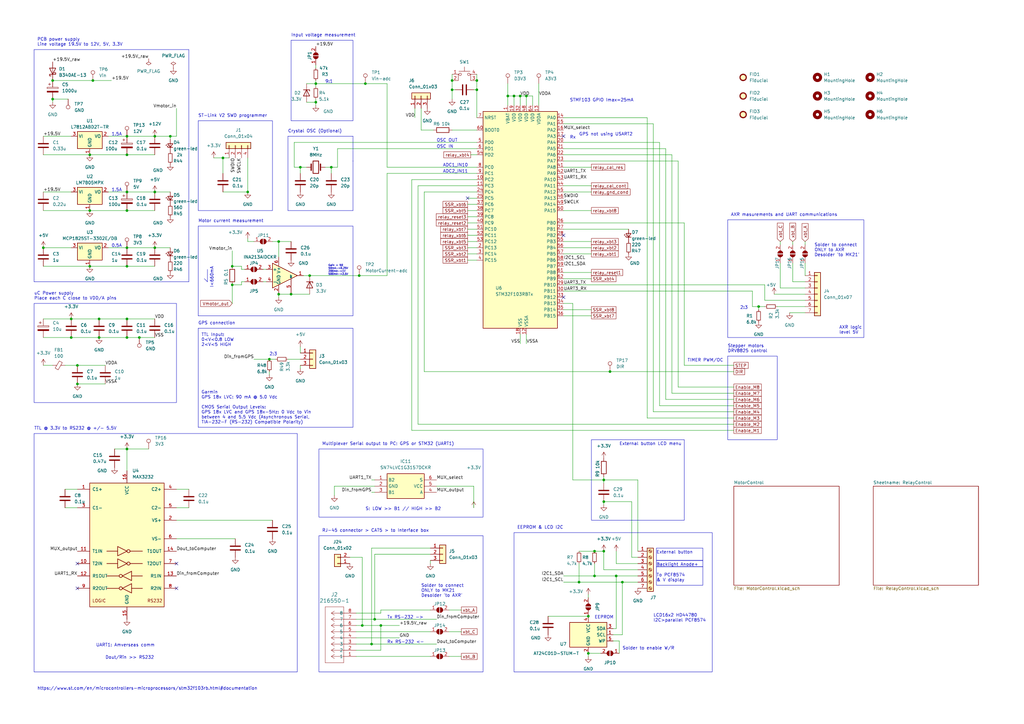
<source format=kicad_sch>
(kicad_sch (version 20230121) (generator eeschema)
  (paper "A3")
  (title_block (title "XBT Autolauncher 3.0") (rev "1") (company "NOAA/AOML") (comment 1 "Christian Saiz"))
  (junction (at 21.59 40.64))
  (junction (at 52.07 101.6))
  (junction (at 237.49 238.76))
  (junction (at 52.07 78.74))
  (junction (at 52.07 109.22))
  (junction (at 101.6 78.74))
  (junction (at 36.83 86.36))
  (junction (at 52.07 86.36))
  (junction (at 95.25 109.22))
  (junction (at 247.65 226.06))
  (junction (at 185.42 33.02))
  (junction (at 247.65 196.85))
  (junction (at 127 113.03))
  (junction (at 17.78 101.6))
  (junction (at 63.5 55.88))
  (junction (at 69.85 55.88))
  (junction (at 29.21 138.43))
  (junction (at 149.86 34.29))
  (junction (at 243.84 236.22))
  (junction (at 185.42 36.83))
  (junction (at 36.83 63.5))
  (junction (at 52.07 138.43))
  (junction (at 252.73 236.22))
  (junction (at 91.44 64.77))
  (junction (at 156.21 256.54))
  (junction (at 147.32 113.03))
  (junction (at 311.15 125.73))
  (junction (at 95.25 116.84))
  (junction (at 52.07 130.81))
  (junction (at 247.65 205.74))
  (junction (at 255.27 238.76))
  (junction (at 241.3 267.97))
  (junction (at 38.1 33.02))
  (junction (at 243.84 226.06))
  (junction (at 31.75 157.48))
  (junction (at 57.15 138.43))
  (junction (at 213.36 39.37))
  (junction (at 21.59 33.02))
  (junction (at 40.64 130.81))
  (junction (at 119.38 120.65))
  (junction (at 208.28 39.37))
  (junction (at 210.82 39.37))
  (junction (at 123.19 68.58))
  (junction (at 36.83 109.22))
  (junction (at 31.75 149.86))
  (junction (at 241.3 252.73))
  (junction (at 52.07 55.88))
  (junction (at 250.19 152.4))
  (junction (at 110.49 147.32))
  (junction (at 215.9 39.37))
  (junction (at 129.54 41.91))
  (junction (at 40.64 138.43))
  (junction (at 195.58 33.02))
  (junction (at 114.3 120.65))
  (junction (at 52.07 184.15))
  (junction (at 129.54 34.29))
  (junction (at 148.59 256.54))
  (junction (at 152.4 264.16))
  (junction (at 153.67 254))
  (junction (at 195.58 36.83))
  (junction (at 63.5 101.6))
  (junction (at 52.07 63.5))
  (junction (at 29.21 130.81))
  (junction (at 114.3 99.06))
  (junction (at 63.5 78.74))
  (junction (at 135.89 68.58))
  (no_connect (at 231.14 96.52))
  (no_connect (at 31.75 231.14))
  (no_connect (at 231.14 55.88))
  (no_connect (at 191.77 81.28))
  (no_connect (at 31.75 241.3))
  (no_connect (at 72.39 231.14))
  (no_connect (at 231.14 121.92))
  (no_connect (at 72.39 241.3))
  (wire (pts (xy 323.85 128.27) (xy 330.2 128.27)))
  (wire (pts (xy 36.83 109.22) (xy 52.07 109.22)))
  (wire (pts (xy 242.57 101.6) (xy 231.14 101.6)))
  (polyline (pts (xy 138.43 55.88) (xy 118.11 55.88)))
  (wire (pts (xy 91.44 64.77) (xy 93.98 64.77)))
  (wire (pts (xy 234.95 196.85) (xy 247.65 196.85)))
  (wire (pts (xy 252.73 236.22) (xy 261.62 236.22)))
  (wire (pts (xy 163.83 256.54) (xy 156.21 256.54)))
  (wire (pts (xy 176.53 229.87) (xy 176.53 231.14)))
  (wire (pts (xy 218.44 39.37) (xy 215.9 39.37)))
  (wire (pts (xy 152.4 264.16) (xy 179.07 264.16)))
  (wire (pts (xy 146.05 259.08) (xy 176.53 259.08)))
  (wire (pts (xy 31.75 149.86) (xy 43.18 149.86)))
  (wire (pts (xy 99.06 116.84) (xy 95.25 116.84)))
  (wire (pts (xy 191.77 104.14) (xy 195.58 104.14)))
  (wire (pts (xy 171.45 173.99) (xy 300.99 173.99)))
  (wire (pts (xy 320.04 118.11) (xy 320.04 107.95)))
  (polyline (pts (xy 138.43 55.88) (xy 144.78 55.88)))
  (wire (pts (xy 133.35 68.58) (xy 135.89 68.58)))
  (wire (pts (xy 220.98 34.29) (xy 220.98 43.18)))
  (wire (pts (xy 143.51 228.6) (xy 148.59 228.6)))
  (wire (pts (xy 193.04 63.5) (xy 195.58 63.5)))
  (wire (pts (xy 247.65 195.58) (xy 247.65 196.85)))
  (wire (pts (xy 72.39 200.66) (xy 77.47 200.66)))
  (wire (pts (xy 176.53 224.79) (xy 152.4 224.79)))
  (wire (pts (xy 148.59 256.54) (xy 156.21 256.54)))
  (wire (pts (xy 195.58 53.34) (xy 185.42 53.34)))
  (wire (pts (xy 247.65 198.12) (xy 247.65 196.85)))
  (wire (pts (xy 152.4 196.85) (xy 153.67 196.85)))
  (wire (pts (xy 91.44 64.77) (xy 91.44 71.12)))
  (wire (pts (xy 135.89 71.12) (xy 135.89 68.58)))
  (wire (pts (xy 213.36 39.37) (xy 210.82 39.37)))
  (wire (pts (xy 158.75 68.58) (xy 195.58 68.58)))
  (wire (pts (xy 184.15 259.08) (xy 189.23 259.08)))
  (wire (pts (xy 146.05 256.54) (xy 148.59 256.54)))
  (wire (pts (xy 265.43 48.26) (xy 265.43 171.45)))
  (wire (pts (xy 242.57 68.58) (xy 231.14 68.58)))
  (wire (pts (xy 237.49 238.76) (xy 255.27 238.76)))
  (wire (pts (xy 123.19 71.12) (xy 123.19 68.58)))
  (wire (pts (xy 137.16 199.39) (xy 153.67 199.39)))
  (wire (pts (xy 280.67 149.86) (xy 300.99 149.86)))
  (wire (pts (xy 177.8 53.34) (xy 172.72 53.34)))
  (wire (pts (xy 241.3 269.24) (xy 241.3 267.97)))
  (wire (pts (xy 215.9 39.37) (xy 213.36 39.37)))
  (wire (pts (xy 101.6 99.06) (xy 104.14 99.06)))
  (wire (pts (xy 231.14 236.22) (xy 243.84 236.22)))
  (wire (pts (xy 99.06 115.57) (xy 99.06 116.84)))
  (wire (pts (xy 158.75 34.29) (xy 158.75 68.58)))
  (wire (pts (xy 247.65 196.85) (xy 261.62 196.85)))
  (wire (pts (xy 91.44 78.74) (xy 101.6 78.74)))
  (wire (pts (xy 251.46 260.35) (xy 255.27 260.35)))
  (wire (pts (xy 173.99 152.4) (xy 250.19 152.4)))
  (wire (pts (xy 252.73 236.22) (xy 252.73 257.81)))
  (wire (pts (xy 72.39 213.36) (xy 111.76 213.36)))
  (wire (pts (xy 153.67 254) (xy 179.07 254)))
  (wire (pts (xy 110.49 147.32) (xy 113.03 147.32)))
  (wire (pts (xy 313.69 123.19) (xy 330.2 123.19)))
  (wire (pts (xy 242.57 114.3) (xy 231.14 114.3)))
  (wire (pts (xy 168.91 176.53) (xy 300.99 176.53)))
  (wire (pts (xy 52.07 78.74) (xy 63.5 78.74)))
  (wire (pts (xy 325.12 99.06) (xy 325.12 100.33)))
  (wire (pts (xy 231.14 116.84) (xy 313.69 116.84)))
  (wire (pts (xy 168.91 73.66) (xy 168.91 176.53)))
  (wire (pts (xy 250.19 152.4) (xy 300.99 152.4)))
  (wire (pts (xy 21.59 33.02) (xy 38.1 33.02)))
  (wire (pts (xy 231.14 66.04) (xy 278.13 66.04)))
  (wire (pts (xy 311.15 125.73) (xy 313.69 125.73)))
  (wire (pts (xy 267.97 168.91) (xy 300.99 168.91)))
  (wire (pts (xy 270.51 58.42) (xy 270.51 166.37)))
  (wire (pts (xy 176.53 250.19) (xy 156.21 250.19)))
  (wire (pts (xy 215.9 39.37) (xy 215.9 43.18)))
  (wire (pts (xy 52.07 55.88) (xy 63.5 55.88)))
  (wire (pts (xy 242.57 76.2) (xy 231.14 76.2)))
  (wire (pts (xy 156.21 251.46) (xy 146.05 251.46)))
  (wire (pts (xy 146.05 266.7) (xy 156.21 266.7)))
  (wire (pts (xy 265.43 171.45) (xy 300.99 171.45)))
  (wire (pts (xy 172.72 53.34) (xy 172.72 44.45)))
  (wire (pts (xy 218.44 43.18) (xy 218.44 39.37)))
  (wire (pts (xy 26.67 208.28) (xy 31.75 208.28)))
  (wire (pts (xy 231.14 124.46) (xy 234.95 124.46)))
  (wire (pts (xy 114.3 120.65) (xy 119.38 120.65)))
  (wire (pts (xy 52.07 184.15) (xy 60.96 184.15)))
  (wire (pts (xy 195.58 33.02) (xy 195.58 36.83)))
  (wire (pts (xy 26.67 149.86) (xy 31.75 149.86)))
  (wire (pts (xy 111.76 99.06) (xy 114.3 99.06)))
  (wire (pts (xy 270.51 166.37) (xy 300.99 166.37)))
  (wire (pts (xy 195.58 76.2) (xy 171.45 76.2)))
  (wire (pts (xy 17.78 149.86) (xy 21.59 149.86)))
  (wire (pts (xy 36.83 63.5) (xy 52.07 63.5)))
  (wire (pts (xy 267.97 50.8) (xy 267.97 168.91)))
  (wire (pts (xy 52.07 109.22) (xy 63.5 109.22)))
  (wire (pts (xy 52.07 130.81) (xy 63.5 130.81)))
  (wire (pts (xy 17.78 63.5) (xy 36.83 63.5)))
  (wire (pts (xy 17.78 78.74) (xy 29.21 78.74)))
  (wire (pts (xy 146.05 254) (xy 153.67 254)))
  (wire (pts (xy 208.28 34.29) (xy 208.28 39.37)))
  (wire (pts (xy 17.78 86.36) (xy 36.83 86.36)))
  (wire (pts (xy 152.4 224.79) (xy 152.4 264.16)))
  (wire (pts (xy 252.73 231.14) (xy 261.62 231.14)))
  (wire (pts (xy 125.73 34.29) (xy 129.54 34.29)))
  (wire (pts (xy 63.5 78.74) (xy 69.85 78.74)))
  (wire (pts (xy 278.13 158.75) (xy 300.99 158.75)))
  (wire (pts (xy 318.77 125.73) (xy 330.2 125.73)))
  (wire (pts (xy 170.18 44.45) (xy 170.18 48.26)))
  (wire (pts (xy 189.23 250.19) (xy 184.15 250.19)))
  (wire (pts (xy 125.73 41.91) (xy 129.54 41.91)))
  (wire (pts (xy 129.54 34.29) (xy 149.86 34.29)))
  (wire (pts (xy 242.57 111.76) (xy 231.14 111.76)))
  (wire (pts (xy 29.21 138.43) (xy 40.64 138.43)))
  (wire (pts (xy 40.64 138.43) (xy 52.07 138.43)))
  (wire (pts (xy 325.12 107.95) (xy 325.12 115.57)))
  (wire (pts (xy 44.45 55.88) (xy 52.07 55.88)))
  (wire (pts (xy 129.54 33.02) (xy 129.54 34.29)))
  (wire (pts (xy 213.36 39.37) (xy 213.36 43.18)))
  (wire (pts (xy 191.77 101.6) (xy 195.58 101.6)))
  (wire (pts (xy 124.46 113.03) (xy 127 113.03)))
  (wire (pts (xy 17.78 109.22) (xy 36.83 109.22)))
  (polyline (pts (xy 85.09 110.49) (xy 85.09 115.57)))
  (wire (pts (xy 195.58 78.74) (xy 173.99 78.74)))
  (wire (pts (xy 237.49 231.14) (xy 237.49 238.76)))
  (wire (pts (xy 107.95 115.57) (xy 109.22 115.57)))
  (wire (pts (xy 185.42 30.48) (xy 185.42 33.02)))
  (wire (pts (xy 320.04 100.33) (xy 320.04 99.06)))
  (wire (pts (xy 185.42 36.83) (xy 186.69 36.83)))
  (wire (pts (xy 69.85 55.88) (xy 72.39 55.88)))
  (wire (pts (xy 44.45 101.6) (xy 52.07 101.6)))
  (wire (pts (xy 158.75 71.12) (xy 158.75 113.03)))
  (wire (pts (xy 31.75 157.48) (xy 43.18 157.48)))
  (wire (pts (xy 69.85 57.15) (xy 69.85 55.88)))
  (wire (pts (xy 29.21 130.81) (xy 40.64 130.81)))
  (wire (pts (xy 242.57 78.74) (xy 231.14 78.74)))
  (wire (pts (xy 21.59 41.91) (xy 21.59 40.64)))
  (wire (pts (xy 252.73 257.81) (xy 251.46 257.81)))
  (wire (pts (xy 224.79 252.73) (xy 241.3 252.73)))
  (wire (pts (xy 241.3 245.11) (xy 241.3 243.84)))
  (polyline (pts (xy 83.82 114.3) (xy 85.09 115.57)))
  (wire (pts (xy 101.6 78.74) (xy 101.6 64.77)))
  (wire (pts (xy 137.16 203.2) (xy 137.16 199.39)))
  (polyline (pts (xy 118.11 55.88) (xy 118.11 86.36)))
  (wire (pts (xy 191.77 81.28) (xy 195.58 81.28)))
  (wire (pts (xy 36.83 86.36) (xy 52.07 86.36)))
  (wire (pts (xy 104.14 147.32) (xy 110.49 147.32)))
  (wire (pts (xy 231.14 119.38) (xy 308.61 119.38)))
  (wire (pts (xy 123.19 142.24) (xy 123.19 144.78)))
  (wire (pts (xy 146.05 264.16) (xy 152.4 264.16)))
  (wire (pts (xy 280.67 91.44) (xy 280.67 149.86)))
  (polyline (pts (xy 144.78 86.36) (xy 144.78 66.04)))
  (wire (pts (xy 273.05 163.83) (xy 300.99 163.83)))
  (wire (pts (xy 243.84 236.22) (xy 252.73 236.22)))
  (wire (pts (xy 118.11 147.32) (xy 123.19 147.32)))
  (wire (pts (xy 153.67 227.33) (xy 153.67 254)))
  (wire (pts (xy 173.99 78.74) (xy 173.99 152.4)))
  (wire (pts (xy 213.36 137.16) (xy 213.36 140.97)))
  (wire (pts (xy 208.28 39.37) (xy 210.82 39.37)))
  (wire (pts (xy 191.77 91.44) (xy 195.58 91.44)))
  (wire (pts (xy 129.54 26.67) (xy 129.54 27.94)))
  (wire (pts (xy 243.84 231.14) (xy 243.84 236.22)))
  (wire (pts (xy 231.14 60.96) (xy 273.05 60.96)))
  (wire (pts (xy 156.21 266.7) (xy 156.21 256.54)))
  (wire (pts (xy 330.2 99.06) (xy 330.2 100.33)))
  (wire (pts (xy 119.38 120.65) (xy 127 120.65)))
  (wire (pts (xy 110.49 153.67) (xy 110.49 152.4)))
  (wire (pts (xy 123.19 68.58) (xy 125.73 68.58)))
  (wire (pts (xy 330.2 118.11) (xy 320.04 118.11)))
  (wire (pts (xy 241.3 267.97) (xy 246.38 267.97)))
  (wire (pts (xy 72.39 44.45) (xy 72.39 55.88)))
  (wire (pts (xy 99.06 110.49) (xy 99.06 109.22)))
  (wire (pts (xy 21.59 40.64) (xy 27.94 40.64)))
  (wire (pts (xy 231.14 50.8) (xy 267.97 50.8)))
  (wire (pts (xy 275.59 63.5) (xy 275.59 161.29)))
  (wire (pts (xy 311.15 125.73) (xy 311.15 127)))
  (wire (pts (xy 254 262.89) (xy 254 267.97)))
  (wire (pts (xy 72.39 220.98) (xy 96.52 220.98)))
  (wire (pts (xy 95.25 102.87) (xy 95.25 109.22)))
  (wire (pts (xy 242.57 127) (xy 231.14 127)))
  (wire (pts (xy 278.13 66.04) (xy 278.13 158.75)))
  (wire (pts (xy 255.27 238.76) (xy 255.27 260.35)))
  (wire (pts (xy 44.45 78.74) (xy 52.07 78.74)))
  (wire (pts (xy 247.65 207.01) (xy 247.65 205.74)))
  (wire (pts (xy 261.62 233.68) (xy 247.65 233.68)))
  (wire (pts (xy 52.07 86.36) (xy 63.5 86.36)))
  (wire (pts (xy 243.84 226.06) (xy 247.65 226.06)))
  (wire (pts (xy 330.2 115.57) (xy 325.12 115.57)))
  (wire (pts (xy 120.65 58.42) (xy 195.58 58.42)))
  (wire (pts (xy 191.77 96.52) (xy 195.58 96.52)))
  (wire (pts (xy 114.3 99.06) (xy 119.38 99.06)))
  (wire (pts (xy 57.15 138.43) (xy 63.5 138.43)))
  (wire (pts (xy 185.42 36.83) (xy 185.42 40.64)))
  (wire (pts (xy 40.64 130.81) (xy 52.07 130.81)))
  (wire (pts (xy 99.06 115.57) (xy 100.33 115.57)))
  (wire (pts (xy 52.07 101.6) (xy 63.5 101.6)))
  (polyline (pts (xy 144.78 66.04) (xy 144.78 66.04)))
  (wire (pts (xy 261.62 228.6) (xy 259.08 228.6)))
  (wire (pts (xy 114.3 99.06) (xy 114.3 105.41)))
  (wire (pts (xy 259.08 205.74) (xy 247.65 205.74)))
  (wire (pts (xy 195.58 36.83) (xy 195.58 48.26)))
  (wire (pts (xy 330.2 107.95) (xy 330.2 113.03)))
  (wire (pts (xy 17.78 101.6) (xy 29.21 101.6)))
  (wire (pts (xy 308.61 119.38) (xy 308.61 125.73)))
  (wire (pts (xy 129.54 41.91) (xy 129.54 40.64)))
  (wire (pts (xy 195.58 30.48) (xy 195.58 33.02)))
  (wire (pts (xy 107.95 110.49) (xy 109.22 110.49)))
  (wire (pts (xy 152.4 201.93) (xy 153.67 201.93)))
  (wire (pts (xy 231.14 238.76) (xy 237.49 238.76)))
  (wire (pts (xy 242.57 129.54) (xy 231.14 129.54)))
  (wire (pts (xy 99.06 110.49) (xy 100.33 110.49)))
  (wire (pts (xy 215.9 137.16) (xy 215.9 140.97)))
  (wire (pts (xy 63.5 55.88) (xy 69.85 55.88)))
  (wire (pts (xy 237.49 226.06) (xy 243.84 226.06)))
  (wire (pts (xy 184.15 269.24) (xy 189.23 269.24)))
  (wire (pts (xy 234.95 124.46) (xy 234.95 196.85)))
  (wire (pts (xy 52.07 63.5) (xy 63.5 63.5)))
  (wire (pts (xy 114.3 121.92) (xy 114.3 120.65)))
  (wire (pts (xy 242.57 99.06) (xy 231.14 99.06)))
  (wire (pts (xy 87.63 64.77) (xy 91.44 64.77)))
  (wire (pts (xy 273.05 60.96) (xy 273.05 163.83)))
  (wire (pts (xy 146.05 269.24) (xy 176.53 269.24)))
  (polyline (pts (xy 118.11 86.36) (xy 144.78 86.36)))
  (wire (pts (xy 242.57 86.36) (xy 231.14 86.36)))
  (wire (pts (xy 148.59 228.6) (xy 148.59 256.54)))
  (wire (pts (xy 185.42 33.02) (xy 185.42 36.83)))
  (wire (pts (xy 138.43 60.96) (xy 138.43 68.58)))
  (wire (pts (xy 52.07 184.15) (xy 52.07 193.04)))
  (wire (pts (xy 210.82 39.37) (xy 210.82 43.18)))
  (wire (pts (xy 17.78 138.43) (xy 29.21 138.43)))
  (wire (pts (xy 17.78 130.81) (xy 29.21 130.81)))
  (wire (pts (xy 138.43 60.96) (xy 195.58 60.96)))
  (wire (pts (xy 208.28 43.18) (xy 208.28 39.37)))
  (wire (pts (xy 195.58 73.66) (xy 168.91 73.66)))
  (wire (pts (xy 129.54 43.18) (xy 129.54 41.91)))
  (wire (pts (xy 120.65 58.42) (xy 120.65 68.58)))
  (wire (pts (xy 231.14 91.44) (xy 280.67 91.44)))
  (wire (pts (xy 191.77 99.06) (xy 195.58 99.06)))
  (polyline (pts (xy 144.78 66.04) (xy 144.78 55.88)))
  (wire (pts (xy 259.08 205.74) (xy 259.08 228.6)))
  (wire (pts (xy 171.45 76.2) (xy 171.45 173.99)))
  (wire (pts (xy 158.75 113.03) (xy 147.32 113.03)))
  (wire (pts (xy 95.25 116.84) (xy 95.25 124.46)))
  (wire (pts (xy 17.78 55.88) (xy 29.21 55.88)))
  (wire (pts (xy 231.14 63.5) (xy 275.59 63.5)))
  (wire (pts (xy 242.57 104.14) (xy 231.14 104.14)))
  (wire (pts (xy 123.19 68.58) (xy 120.65 68.58)))
  (wire (pts (xy 191.77 88.9) (xy 195.58 88.9)))
  (wire (pts (xy 46.99 184.15) (xy 52.07 184.15)))
  (wire (pts (xy 156.21 251.46) (xy 156.21 250.19)))
  (wire (pts (xy 191.77 93.98) (xy 195.58 93.98)))
  (wire (pts (xy 231.14 48.26) (xy 265.43 48.26)))
  (wire (pts (xy 194.31 199.39) (xy 179.07 199.39)))
  (wire (pts (xy 52.07 138.43) (xy 57.15 138.43)))
  (wire (pts (xy 101.6 97.79) (xy 101.6 99.06)))
  (wire (pts (xy 72.39 208.28) (xy 77.47 208.28)))
  (wire (pts (xy 255.27 238.76) (xy 261.62 238.76)))
  (wire (pts (xy 194.31 36.83) (xy 195.58 36.83)))
  (wire (pts (xy 63.5 101.6) (xy 69.85 101.6)))
  (wire (pts (xy 195.58 71.12) (xy 158.75 71.12)))
  (wire (pts (xy 176.53 227.33) (xy 153.67 227.33)))
  (wire (pts (xy 231.14 58.42) (xy 270.51 58.42)))
  (wire (pts (xy 191.77 83.82) (xy 195.58 83.82)))
  (wire (pts (xy 308.61 125.73) (xy 311.15 125.73)))
  (wire (pts (xy 123.19 151.13) (xy 123.19 149.86)))
  (wire (pts (xy 26.67 200.66) (xy 31.75 200.66)))
  (wire (pts (xy 149.86 34.29) (xy 158.75 34.29)))
  (wire (pts (xy 191.77 86.36) (xy 195.58 86.36)))
  (wire (pts (xy 275.59 161.29) (xy 300.99 161.29)))
  (wire (pts (xy 99.06 109.22) (xy 95.25 109.22)))
  (wire (pts (xy 147.32 113.03) (xy 127 113.03)))
  (wire (pts (xy 129.54 34.29) (xy 129.54 35.56)))
  (wire (pts (xy 38.1 33.02) (xy 45.72 33.02)))
  (wire (pts (xy 146.05 261.62) (xy 163.83 261.62)))
  (wire (pts (xy 313.69 116.84) (xy 313.69 123.19)))
  (wire (pts (xy 317.5 120.65) (xy 330.2 120.65)))
  (wire (pts (xy 135.89 68.58) (xy 138.43 68.58)))
  (wire (pts (xy 251.46 262.89) (xy 254 262.89)))
  (wire (pts (xy 261.62 196.85) (xy 261.62 226.06)))
  (wire (pts (xy 194.31 208.28) (xy 194.31 199.39)))
  (wire (pts (xy 247.65 233.68) (xy 247.65 226.06)))
  (wire (pts (xy 191.77 106.68) (xy 195.58 106.68)))
  (wire (pts (xy 231.14 93.98) (xy 257.81 93.98)))
  (wire (pts (xy 252.73 226.06) (xy 252.73 231.14)))
  (rectangle (start 130.81 184.15) (end 198.12 212.09))
  (rectangle (start 130.81 219.71) (end 198.12 275.59))
  (rectangle (start 298.45 146.05) (end 318.77 180.34))
  (rectangle (start 81.28 49.53) (end 111.76 86.36))
  (rectangle (start 81.28 134.62) (end 144.78 175.26))
  (rectangle (start 13.97 20.32) (end 77.47 115.57))
  (rectangle (start 242.57 180.34) (end 280.67 213.36))
  (rectangle (start 298.45 90.17) (end 354.33 138.43))
  (rectangle (start 210.82 218.44) (end 292.1 275.59))
  (rectangle (start 119.38 16.51) (end 144.78 49.53))
  (rectangle (start 81.28 92.71) (end 144.78 129.54))
  (rectangle (start 269.24 224.79) (end 288.29 229.87))
  (rectangle (start 13.97 124.46) (end 72.39 165.1))
  (rectangle (start 269.24 232.41) (end 288.29 240.03))
  (rectangle (start 269.24 229.87) (end 288.29 232.41))
  (rectangle (start 13.97 177.8) (end 121.92 275.59))
  (text "2:3" (at 303.53 127 0) (effects (font (size 1.27 1.27)) (justify left bottom)))
  (text "Crystal OSC (Optional)" (at 118.11 54.61 0) (effects (font (size 1.27 1.27)) (justify left bottom)))
  (text "Tx RS-232 ->" (at 158.75 254 0) (effects (font (size 1.27 1.27)) (justify left bottom)))
  (text "Solder to connect\nONLY to AXR\nDesolder 'to MK21'" (at 334.01 105.41 0) (effects (font (size 1.27 1.27)) (justify left bottom)))
  (text "1.5A" (at 45.72 55.88 0) (effects (font (size 1.27 1.27)) (justify left bottom)))
  (text "1.5A" (at 45.72 78.74 0) (effects (font (size 1.27 1.27)) (justify left bottom)))
  (text "UART1: Amverseas comm\n" (at 39.37 265.43 0) (effects (font (size 1.27 1.27)) (justify left bottom)))
  (text "I<660mA" (at 87.63 118.11 90) (effects (font (size 1.27 1.27)) (justify left bottom)))
  (text "Input voltage measurement\n" (at 119.38 15.24 0) (effects (font (size 1.27 1.27)) (justify left bottom)))
  (text "EEPROM" (at 243.84 254 0) (effects (font (size 1.27 1.27)) (justify left bottom)))
  (text "Backlight Anode+" (at 269.24 232.41 0) (effects (font (size 1.27 1.27)) (justify left bottom)))
  (text "AXR logic \nlevel 5V" (at 344.17 137.16 0) (effects (font (size 1.27 1.27)) (justify left bottom)))
  (text "OSC IN" (at 179.07 60.96 0) (effects (font (size 1.27 1.27)) (justify left bottom)))
  (text "Solder to connect\nONLY to MK21\nDesolder 'to AXR'" (at 172.72 245.11 0) (effects (font (size 1.27 1.27)) (justify left bottom)))
  (text "RJ-45 connector > CAT5 > to Interface box" (at 132.08 218.44 0) (effects (font (size 1.27 1.27)) (justify left bottom)))
  (text "uC Power supply\nPlace each C close to VDD/A pins" (at 13.97 123.19 0) (effects (font (size 1.27 1.27)) (justify left bottom)))
  (text "PCB power supply \nLine voltage 19.5V to 12V, 5V, 3.3V" (at 15.24 19.05 0) (effects (font (size 1.27 1.27)) (justify left bottom)))
  (text "Motor current measurement" (at 81.28 91.44 0) (effects (font (size 1.27 1.27)) (justify left bottom)))
  (text "GPS not using USART2" (at 237.49 55.88 0) (effects (font (size 1.27 1.27)) (justify left bottom)))
  (text "External button LCD menu" (at 254 182.88 0) (effects (font (size 1.27 1.27)) (justify left bottom)))
  (text "9:1 \n" (at 133.35 34.29 0) (effects (font (size 1.27 1.27)) (justify left bottom)))
  (text "GPS connection" (at 81.28 133.35 0) (effects (font (size 1.27 1.27)) (justify left bottom)))
  (text "S: LOW >> B1 // HIGH >> B2" (at 149.86 209.55 0) (effects (font (size 1.27 1.27)) (justify left bottom)))
  (text "TTL Input:\n0<V<0.8 LOW\n2<V<5 HIGH" (at 82.55 142.24 0) (effects (font (size 1.27 1.27)) (justify left bottom)))
  (text "TTL @ 3.3V to RS232 @ +/- 5.5V" (at 13.97 176.53 0) (effects (font (size 1.27 1.27)) (justify left bottom)))
  (text "External button" (at 269.24 227.33 0) (effects (font (size 1.27 1.27)) (justify left bottom)))
  (text "0.5A" (at 45.72 101.6 0) (effects (font (size 1.27 1.27)) (justify left bottom)))
  (text "AXR masurements and UART communications" (at 299.72 88.9 0) (effects (font (size 1.27 1.27)) (justify left bottom)))
  (text "Rx RS-232 <-" (at 158.75 264.16 0) (effects (font (size 1.27 1.27)) (justify left bottom)))
  (text "Garmin\nGPS 18x LVC: 90 mA @ 5.0 Vdc\n\nCMOS Serial Output Levels:\nGPS 18x LVC and GPS 18x-5Hz: 0 Vdc to Vin\nbetween 4 and 5.5 Vdc (Asynchronous Serial,\nTIA-232-F (RS-232) Compatible Polarity)" (at 82.55 173.99 0) (effects (font (size 1.27 1.27)) (justify left bottom)))
  (text "ADC2_IN11" (at 181.61 71.12 0) (effects (font (size 1.27 1.27)) (justify left bottom)))
  (text "TIMER PWM/OC" (at 281.94 148.59 0) (effects (font (size 1.27 1.27)) (justify left bottom)))
  (text "Multiplexer Serial output to PC: GPS or STM32 (UART1)" (at 132.08 182.88 0) (effects (font (size 1.27 1.27)) (justify left bottom)))
  (text "2:3" (at 110.49 146.05 0) (effects (font (size 1.27 1.27)) (justify left bottom)))
  (text "https://www.st.com/en/microcontrollers-microprocessors/stm32f103rb.html#documentation" (at 15.24 283.21 0) (effects (font (size 1.27 1.27)) (justify left bottom)))
  (text "OSC OUT" (at 179.07 58.42 0) (effects (font (size 1.27 1.27)) (justify left bottom)))
  (text "Solder to enable W/R" (at 255.27 266.7 0) (effects (font (size 1.27 1.27)) (justify left bottom)))
  (text "To PCF8574 \n& V display " (at 269.24 238.76 0) (effects (font (size 1.27 1.27)) (justify left bottom)))
  (text "EEPROM & LCD I2C" (at 212.09 217.17 0) (effects (font (size 1.27 1.27)) (justify left bottom)))
  (text "Stepper motors\nDRV8825 control" (at 298.45 144.78 0) (effects (font (size 1.27 1.27)) (justify left bottom)))
  (text "Dout/Rin >> RS232" (at 43.18 270.51 0) (effects (font (size 1.27 1.27)) (justify left bottom)))
  (text "LCD16x2 HD44780\nI2C>parallel PCF8574\n" (at 267.97 255.27 0) (effects (font (size 1.27 1.27)) (justify left bottom)))
  (text "STMF103 GPIO Imax=25mA" (at 233.68 41.91 0) (effects (font (size 1.27 1.27)) (justify left bottom)))
  (text "Gain = 50\n50mA->0.25V\n200mA->1V\n500mA->2.5V " (at 134.62 113.03 0) (effects (font (size 0.75 0.75)) (justify left bottom)))
  (text "ADC1_IN10" (at 181.61 68.58 0) (effects (font (size 1.27 1.27)) (justify left bottom)))
  (text "ST-Link V2 SWD programmer" (at 81.28 48.26 0) (effects (font (size 1.27 1.27)) (justify left bottom)))
  (text "Rx" (at 233.68 57.15 0) (effects (font (size 1.27 1.27)) (justify left bottom)))
  (label "VSS" (at 63.5 138.43 0))
  (label "Din_fromGPS" (at 152.4 201.93 180))
  (label "SWDIO" (at 96.52 64.77 270))
  (label "Din_fromComputer" (at 72.39 236.22 0))
  (label "Vmotor_in" (at 72.39 44.45 180))
  (label "VDD" (at 213.36 39.37 0))
  (label "MUX_select" (at 179.07 196.85 0))
  (label "+19.5V_raw" (at 60.96 24.13 180))
  (label "MUX_output" (at 179.07 201.93 0))
  (label "UART1_RX" (at 231.14 73.66 0))
  (label "Din_fromComputer" (at 179.07 254 0))
  (label "SWDIO" (at 231.14 81.28 0))
  (label "+19.5V" (at 129.54 19.05 0))
  (label "UART1_TX" (at 152.4 196.85 180))
  (label "Dout_toComputer" (at 72.39 226.06 0))
  (label "VSS" (at 213.36 140.97 180))
  (label "UART3_TX" (at 231.14 116.84 0))
  (label "Vmotor_in" (at 95.25 102.87 180))
  (label "SWCLK" (at 231.14 83.82 0))
  (label "VDD" (at 63.5 130.81 0))
  (label "MUX_output" (at 31.75 226.06 180))
  (label "I2C1_SCL" (at 231.14 238.76 180))
  (label "MUX_select" (at 231.14 53.34 0))
  (label "+19.5V" (at 17.78 55.88 0))
  (label "+19.5V" (at 45.72 33.02 0))
  (label "Dout_toComputer" (at 179.07 264.16 0))
  (label "I2C1_SDA" (at 231.14 109.22 0))
  (label "UART1_RX" (at 31.75 236.22 180))
  (label "VDD" (at 170.18 48.26 180))
  (label "UART3_RX" (at 231.14 119.38 0))
  (label "Din_fromGPS" (at 104.14 147.32 180))
  (label "I2C1_SDA" (at 231.14 236.22 180))
  (label "SWCLK" (at 99.06 64.77 270))
  (label "UART1_TX" (at 231.14 71.12 0))
  (label "VSSA" (at 43.18 157.48 0))
  (label "+19.5V_raw" (at 21.59 25.4 0))
  (label "I2C1_SCL" (at 231.14 106.68 0))
  (label "VDDA" (at 220.98 39.37 0))
  (label "GND" (at 163.83 261.62 0))
  (label "+19.5V" (at 17.78 78.74 0))
  (label "+19.5V_raw" (at 163.83 256.54 0))
  (label "VSSA" (at 215.9 140.97 0))
  (label "VDDA" (at 43.18 149.86 0))
  (global_label "relay_xbt7" (shape passive) (at 191.77 93.98 180) (property "Intersheetrefs" "${INTERSHEET_REFS}" (effects hide)))
  (global_label "relay_xbt1" (shape passive) (at 242.57 104.14 0) (property "Intersheetrefs" "${INTERSHEET_REFS}" (effects hide)))
  (global_label "Enable_M8" (shape passive) (at 300.99 158.75 0) (property "Intersheetrefs" "${INTERSHEET_REFS}" (effects hide)))
  (global_label "SSR_xbt5" (shape passive) (at 191.77 86.36 180) (property "Intersheetrefs" "${INTERSHEET_REFS}" (effects hide)))
  (global_label "SSR_xbt1" (shape passive) (at 191.77 106.68 180) (property "Intersheetrefs" "${INTERSHEET_REFS}" (effects hide)))
  (global_label "relay_xbt3" (shape passive) (at 242.57 99.06 0) (property "Intersheetrefs" "${INTERSHEET_REFS}" (effects hide)))
  (global_label "Enable_M2" (shape passive) (at 300.99 173.99 0) (property "Intersheetrefs" "${INTERSHEET_REFS}" (effects hide)))
  (global_label "SSR_xbt4" (shape passive) (at 242.57 114.3 0) (property "Intersheetrefs" "${INTERSHEET_REFS}" (effects hide)))
  (global_label "relay_xbt5" (shape passive) (at 191.77 99.06 180) (property "Intersheetrefs" "${INTERSHEET_REFS}" (effects hide)))
  (global_label "Enable_M4" (shape passive) (at 300.99 168.91 0) (property "Intersheetrefs" "${INTERSHEET_REFS}" (effects hide)))
  (global_label "DIR" (shape passive) (at 300.99 152.4 0) (property "Intersheetrefs" "${INTERSHEET_REFS}" (effects hide)))
  (global_label "Vmotor_out" (shape input) (at 95.25 124.46 180) (property "Intersheetrefs" "${INTERSHEET_REFS}" (effects hide)))
  (global_label "relay_reset1" (shape passive) (at 242.57 111.76 0) (property "Intersheetrefs" "${INTERSHEET_REFS}" (effects hide)))
  (global_label "relay_xbt2" (shape passive) (at 242.57 101.6 0) (property "Intersheetrefs" "${INTERSHEET_REFS}" (effects hide)))
  (global_label "xbt_B" (shape input) (at 325.12 99.06 90) (property "Intersheetrefs" "${INTERSHEET_REFS}" (effects hide)))
  (global_label "Enable_M7" (shape passive) (at 300.99 161.29 0) (property "Intersheetrefs" "${INTERSHEET_REFS}" (effects hide)))
  (global_label "xbt_A" (shape passive) (at 189.23 250.19 0) (property "Intersheetrefs" "${INTERSHEET_REFS}" (effects hide)))
  (global_label "relay_cal_cont" (shape passive) (at 242.57 76.2 0) (property "Intersheetrefs" "${INTERSHEET_REFS}" (effects hide)))
  (global_label "SSR_xbt3" (shape passive) (at 191.77 101.6 180) (property "Intersheetrefs" "${INTERSHEET_REFS}" (effects hide)))
  (global_label "relay_xbt6" (shape passive) (at 191.77 96.52 180) (property "Intersheetrefs" "${INTERSHEET_REFS}" (effects hide)))
  (global_label "STEP" (shape passive) (at 300.99 149.86 0) (property "Intersheetrefs" "${INTERSHEET_REFS}" (effects hide)))
  (global_label "relay_xbt4" (shape passive) (at 193.04 63.5 180) (property "Intersheetrefs" "${INTERSHEET_REFS}" (effects hide)))
  (global_label "SSR_xbt6" (shape passive) (at 191.77 83.82 180) (property "Intersheetrefs" "${INTERSHEET_REFS}" (effects hide)))
  (global_label "xbt_C" (shape passive) (at 189.23 259.08 0) (property "Intersheetrefs" "${INTERSHEET_REFS}" (effects hide)))
  (global_label "Enable_M3" (shape passive) (at 300.99 171.45 0) (property "Intersheetrefs" "${INTERSHEET_REFS}" (effects hide)))
  (global_label "Enable_M6" (shape passive) (at 300.99 163.83 0) (property "Intersheetrefs" "${INTERSHEET_REFS}" (effects hide)))
  (global_label "xbt_B" (shape passive) (at 189.23 269.24 0) (property "Intersheetrefs" "${INTERSHEET_REFS}" (effects hide)))
  (global_label "Enable_M1" (shape passive) (at 300.99 176.53 0) (property "Intersheetrefs" "${INTERSHEET_REFS}" (effects hide)))
  (global_label "SSR_xbt7" (shape passive) (at 242.57 129.54 0) (property "Intersheetrefs" "${INTERSHEET_REFS}" (effects hide)))
  (global_label "relay_cal_res" (shape passive) (at 242.57 68.58 0) (property "Intersheetrefs" "${INTERSHEET_REFS}" (effects hide)))
  (global_label "xbt_C" (shape input) (at 320.04 99.06 90) (property "Intersheetrefs" "${INTERSHEET_REFS}" (effects hide)))
  (global_label "relay_gnd_cond" (shape passive) (at 242.57 78.74 0) (property "Intersheetrefs" "${INTERSHEET_REFS}" (effects hide)))
  (global_label "SSR_xbt8" (shape passive) (at 242.57 127 0) (property "Intersheetrefs" "${INTERSHEET_REFS}" (effects hide)))
  (global_label "relay_xbt8" (shape passive) (at 242.57 86.36 0) (property "Intersheetrefs" "${INTERSHEET_REFS}" (effects hide)))
  (global_label "Enable_M5" (shape passive) (at 300.99 166.37 0) (property "Intersheetrefs" "${INTERSHEET_REFS}" (effects hide)))
  (global_label "xbt_A" (shape input) (at 330.2 99.06 90) (property "Intersheetrefs" "${INTERSHEET_REFS}" (effects hide)))
  (global_label "relay_reset2" (shape passive) (at 191.77 91.44 180) (property "Intersheetrefs" "${INTERSHEET_REFS}" (effects hide)))
  (global_label "relay_reset3" (shape passive) (at 191.77 88.9 180) (property "Intersheetrefs" "${INTERSHEET_REFS}" (effects hide)))
  (global_label "SSR_xbt2" (shape passive) (at 191.77 104.14 180) (property "Intersheetrefs" "${INTERSHEET_REFS}" (effects hide)))
  (symbol (lib_id "Device:LED_Small") (at 69.85 81.28 90) (unit 1)
    (property "Reference" "D5" (at 71.12 80.01 90) (effects (justify right)))
    (property "Value" "green-led" (at 71.12 82.55 90) (effects (justify right)))
    (property "Footprint" "LED_green_0603:LED_B1911PG--20D000514U1930_HVK" (effects hide))
    (property "Datasheet" "https://mm.digikey.com/Volume0/opasdata/d220001/medias/docus/3777/B1911PG--20D000514U1930.pdf" (effects hide))
    (property "Digikey" "https://www.digikey.com/en/products/detail/harvatek-corporation/B1911PG-20D000514U1930/15519992" (effects hide))
    (property "Cost" "0.1" (effects hide))
    (property "Part" "B1911PG--20D000514U1930" (effects hide))
  )
  (symbol (lib_id "power:GND") (at 40.64 138.43 0) (unit 1)
    (property "Reference" "#PWR09" (effects hide))
    (property "Value" "GND" (at 40.64 143.51 0))
  )
  (symbol (lib_id "Device:C") (at 26.67 204.47 0) (unit 1)
    (property "Reference" "C8" (at 30.48 203.2 0) (effects (justify left)))
    (property "Value" "0.1u" (at 30.48 205.74 0) (effects (justify left)))
    (property "Footprint" "Capacitor_01uF-0805:CAP_CL21_SAM" (effects hide))
    (property "Datasheet" "https://mm.digikey.com/Volume0/opasdata/d220001/medias/docus/609/CL21B104KBCNNN_Spec.pdf" (effects hide))
    (property "Digikey" "https://www.digikey.com/en/products/detail/samsung-electro-mechanics/CL21B104KBCNNNC/3886661" (effects hide))
    (property "Cost" "0.1" (effects hide))
    (property "Part" "CL21B104KBCNNNC" (effects hide))
  )
  (symbol (lib_id "Device:C") (at 77.47 204.47 0) (unit 1)
    (property "Reference" "C22" (at 81.28 203.2 0) (effects (justify left)))
    (property "Value" "0.1u" (at 81.28 205.74 0) (effects (justify left)))
    (property "Footprint" "Capacitor_01uF-0805:CAP_CL21_SAM" (effects hide))
    (property "Datasheet" "https://mm.digikey.com/Volume0/opasdata/d220001/medias/docus/609/CL21B104KBCNNN_Spec.pdf" (effects hide))
    (property "Digikey" "https://www.digikey.com/en/products/detail/samsung-electro-mechanics/CL21B104KBCNNNC/3886661" (effects hide))
    (property "Cost" "0.1" (effects hide))
    (property "Part" "CL21B104KBCNNNC" (effects hide))
  )
  (symbol (lib_id "Mechanical:MountingHole") (at 356.87 46.99 0) (unit 1)
    (property "Reference" "H6" (at 359.41 45.72 0) (effects (justify left)))
    (property "Value" "MountingHole" (at 359.41 48.26 0) (effects (justify left)))
    (property "Footprint" "MountingHole:MountingHole_2.5mm_Pad" (effects hide))
  )
  (symbol (lib_id "power:+5V") (at 252.73 226.06 0) (unit 1)
    (property "Reference" "#PWR044" (effects hide))
    (property "Value" "+5V" (at 252.73 220.98 0))
  )
  (symbol (lib_id "Connector:TestPoint") (at 208.28 34.29 0) (unit 1)
    (property "Reference" "TP3" (at 210.82 29.718 0) (effects (justify left)))
    (property "Value" "D3V3" (at 210.82 32.258 0) (effects (justify left)))
    (property "Footprint" "TestPoint:TestPoint_Pad_1.0x1.0mm" (effects hide))
  )
  (symbol (lib_id "Connector:TestPoint") (at 38.1 33.02 0) (unit 1)
    (property "Reference" "TP6" (at 40.64 28.448 0) (effects (justify left)))
    (property "Value" "Vin" (at 40.64 30.988 0) (effects (justify left)))
    (property "Footprint" "TestPoint:TestPoint_Pad_1.0x1.0mm" (effects hide))
  )
  (symbol (lib_id "Device:R_Small") (at 311.15 129.54 0) (unit 1)
    (property "Reference" "R1" (at 306.07 129.54 0) (effects (justify left)))
    (property "Value" "6.8k" (at 306.07 132.08 0) (effects (justify left)))
    (property "Footprint" "Resistor_0805:RC0805N_YAG" (effects hide))
    (property "Datasheet" "https://www.yageo.com/upload/media/product/app/datasheet/rchip/pyu-rt_1-to-0.01_rohs_l.pdf" (effects hide))
    (property "Digikey" "https://www.digikey.com/en/products/detail/yageo/RT0805FRE076K8L/1079385" (effects hide))
    (property "Cost" "0.1" (effects hide))
    (property "Part" "RT0805FRE076K8L" (effects hide))
  )
  (symbol (lib_id "power:GND") (at 135.89 78.74 0) (unit 1)
    (property "Reference" "#PWR020" (effects hide))
    (property "Value" "GND" (at 135.89 83.82 0))
  )
  (symbol (lib_id "Jumper:SolderJumper_2_Open") (at 180.34 250.19 0) (unit 1)
    (property "Reference" "JP12" (at 180.34 247.65 0))
    (property "Value" "SolderJumper_2_Open" (effects hide))
    (property "Footprint" "Jumper:SolderJumper-2_P1.3mm_Open_RoundedPad1.0x1.5mm" (effects hide))
  )
  (symbol (lib_id "power:GND") (at 224.79 260.35 0) (unit 1)
    (property "Reference" "#PWR038" (effects hide))
    (property "Value" "GND" (at 219.71 261.62 0))
  )
  (symbol (lib_id "power:GND") (at 137.16 203.2 0) (unit 1)
    (property "Reference" "#PWR027" (effects hide))
    (property "Value" "GND" (at 137.16 208.28 0))
  )
  (symbol (lib_id "Device:C") (at 43.18 153.67 0) (unit 1)
    (property "Reference" "C10" (at 46.99 152.4 0) (effects (justify left)))
    (property "Value" "1u" (at 46.99 154.94 0) (effects (justify left)))
    (property "Footprint" "Capacitor_1uF-ceramic:CAP_CL21_SAM" (effects hide))
    (property "Datasheet" "https://mm.digikey.com/Volume0/opasdata/d220001/medias/docus/609/CL21B105KBFNNNE_Spec.pdf" (effects hide))
    (property "Digikey" "https://www.digikey.com/en/products/detail/samsung-electro-mechanics/CL21B105KBFNNNE/3886687" (effects hide))
    (property "Cost" "0.11" (effects hide))
    (property "Part" "CL21B105KBFNNNE" (effects hide))
  )
  (symbol (lib_id "Device:C") (at 63.5 105.41 0) (unit 1)
    (property "Reference" "C19" (at 55.88 104.14 0) (effects (justify left)))
    (property "Value" "0.1u" (at 55.88 106.68 0) (effects (justify left)))
    (property "Footprint" "Capacitor_01uF-0805:CAP_CL21_SAM" (effects hide))
    (property "Datasheet" "https://mm.digikey.com/Volume0/opasdata/d220001/medias/docus/609/CL21B104KBCNNN_Spec.pdf" (effects hide))
    (property "Digikey" "https://www.digikey.com/en/products/detail/samsung-electro-mechanics/CL21B104KBCNNNC/3886661" (effects hide))
    (property "Cost" "0.1" (effects hide))
    (property "Part" "CL21B104KBCNNNC" (effects hide))
  )
  (symbol (lib_id "power:+12V") (at 63.5 55.88 0) (unit 1)
    (property "Reference" "#PWR014" (effects hide))
    (property "Value" "+12V" (at 63.5 50.8 0))
  )
  (symbol (lib_id "Jumper:SolderJumper_2_Open") (at 104.14 115.57 0) (unit 1)
    (property "Reference" "JP5" (at 104.14 119.38 0))
    (property "Value" "SolderJumper_2_Open" (effects hide))
    (property "Footprint" "Jumper:SolderJumper-2_P1.3mm_Open_RoundedPad1.0x1.5mm" (effects hide))
  )
  (symbol (lib_id "Device:C") (at 52.07 134.62 0) (unit 1)
    (property "Reference" "C11" (at 55.88 133.35 0) (effects (justify left)))
    (property "Value" "0.1u" (at 55.88 135.89 0) (effects (justify left)))
    (property "Footprint" "Capacitor_01uF-0805:CAP_CL21_SAM" (effects hide))
    (property "Datasheet" "https://mm.digikey.com/Volume0/opasdata/d220001/medias/docus/609/CL21B104KBCNNN_Spec.pdf" (effects hide))
    (property "Digikey" "https://www.digikey.com/en/products/detail/samsung-electro-mechanics/CL21B104KBCNNNC/3886661" (effects hide))
    (property "Cost" "0.1" (effects hide))
    (property "Part" "CL21B104KBCNNNC" (effects hide))
  )
  (symbol (lib_id "power:GND") (at 176.53 231.14 0) (unit 1)
    (property "Reference" "#PWR032" (effects hide))
    (property "Value" "GND" (at 176.53 236.22 0))
  )
  (symbol (lib_id "Mechanical:Fiducial") (at 304.8 46.99 0) (unit 1)
    (property "Reference" "FID3" (at 307.34 45.72 0) (effects (justify left)))
    (property "Value" "Fiducial" (at 307.34 48.26 0) (effects (justify left)))
    (property "Footprint" "Fiducial:Fiducial_0.75mm_Mask1.5mm" (effects hide))
  )
  (symbol (lib_id "power:GND") (at 175.26 44.45 0) (unit 1)
    (property "Reference" "#PWR033" (effects hide))
    (property "Value" "GND" (at 175.26 49.53 0))
  )
  (symbol (lib_id "Device:R_Small") (at 69.85 109.22 180) (unit 1)
    (property "Reference" "R46" (at 74.93 110.49 0) (effects (justify left)))
    (property "Value" "220" (at 74.93 107.95 0) (effects (justify left)))
    (property "Footprint" "Resistor_0805:RC0805N_YAG" (effects hide))
    (property "Datasheet" "https://www.yageo.com/upload/media/product/products/datasheet/rchip/PYu-RC_Group_51_RoHS_L_12.pdf" (effects hide))
    (property "Digikey" "https://www.digikey.com/en/products/detail/yageo/RC0805FR-13220RL/14008293" (effects hide))
    (property "Cost" "0.1" (effects hide))
    (property "Part" "RC0805FR-13220RL" (effects hide))
  )
  (symbol (lib_id "Device:R_Small") (at 316.23 125.73 90) (unit 1)
    (property "Reference" "R2" (at 316.23 130.81 0) (effects (justify left)))
    (property "Value" "3.3k" (at 318.77 130.81 0) (effects (justify left)))
    (property "Footprint" "Resistor_0805:RC0805N_YAG" (effects hide))
    (property "Datasheet" "https://www.yageo.com/upload/media/product/app/datasheet/rchip/pyu-rt_1-to-0.01_rohs_l.pdf" (effects hide))
    (property "Digikey" "https://www.digikey.com/en/products/detail/yageo/RT0805FRE073K3L/1079226" (effects hide))
    (property "Cost" "0.1" (effects hide))
    (property "Part" "RT0805FRE073K3L" (effects hide))
  )
  (symbol (lib_id "Interface_UART:MAX3232") (at 52.07 223.52 0) (unit 1)
    (property "Reference" "U4" (at 54.2641 193.04 0) (effects (justify left)))
    (property "Value" "MAX3232" (at 54.2641 195.58 0) (effects (justify left)))
    (property "Footprint" "Package_SO:TSSOP-16_4.4x5mm_P0.65mm" (effects hide))
    (property "Datasheet" "https://datasheets.maximintegrated.com/en/ds/MAX3222-MAX3241.pdf" (effects hide))
    (property "Digikey" "https://www.digikey.com/en/products/detail/texas-instruments/MAX3232EIPWR/968150?s=N4IgTCBcDa4JwDYC0BGOAWAzMlSByAIiALoC%2BQA" (effects hide))
    (property "Cost" "1.07" (effects hide))
    (property "Part" "MAX3232EIPWR" (effects hide))
  )
  (symbol (lib_id "Device:Crystal") (at 129.54 68.58 0) (unit 1)
    (property "Reference" "Y1" (at 129.54 60.96 0))
    (property "Value" "8MHz" (at 129.54 63.5 0))
    (property "Footprint" "Crystal_8MHZ_smt:XTAL_ABLS-8.000MHz-20-B-3-H-T" (effects hide))
    (property "Datasheet" "https://abracon.com/Resonators/ABLS.pdf" (effects hide))
    (property "Digikey" "https://www.digikey.com/en/products/detail/abracon-llc/ABLS-8-000MHZ-20-B-3-H-T/9997852" (effects hide))
    (property "Cost" "0.17" (effects hide))
    (property "Part" "ABLS-8.000MHZ-20-B-3-H-T" (effects hide))
  )
  (symbol (lib_id "Jumper:SolderJumper_2_Open") (at 250.19 267.97 180) (unit 1)
    (property "Reference" "JP10" (at 250.19 271.78 0))
    (property "Value" "SolderJumper_2_Open" (effects hide))
    (property "Footprint" "Jumper:SolderJumper-2_P1.3mm_Open_RoundedPad1.0x1.5mm" (effects hide))
  )
  (symbol (lib_id "Jumper:SolderJumper_2_Open") (at 330.2 104.14 90) (unit 1)
    (property "Reference" "JP15" (at 328.93 107.95 0))
    (property "Value" "SolderJumper_2_Open" (effects hide))
    (property "Footprint" "Jumper:SolderJumper-2_P1.3mm_Open_RoundedPad1.0x1.5mm" (effects hide))
  )
  (symbol (lib_id "power:GND") (at 36.83 109.22 0) (unit 1)
    (property "Reference" "#PWR08" (effects hide))
    (property "Value" "GND" (at 36.83 114.3 0))
  )
  (symbol (lib_id "Device:C") (at 31.75 153.67 0) (unit 1)
    (property "Reference" "C7" (at 35.56 152.4 0) (effects (justify left)))
    (property "Value" "0.1u" (at 35.56 154.94 0) (effects (justify left)))
    (property "Footprint" "Capacitor_01uF-0805:CAP_CL21_SAM" (effects hide))
    (property "Datasheet" "https://mm.digikey.com/Volume0/opasdata/d220001/medias/docus/609/CL21B104KBCNNN_Spec.pdf" (effects hide))
    (property "Digikey" "https://www.digikey.com/en/products/detail/samsung-electro-mechanics/CL21B104KBCNNNC/3886661" (effects hide))
    (property "Cost" "0.1" (effects hide))
    (property "Part" "CL21B104KBCNNNC" (effects hide))
  )
  (symbol (lib_id "power:PWR_FLAG") (at 60.96 24.13 180) (unit 1)
    (property "Reference" "#FLG01" (effects hide))
    (property "Value" "PWR_FLAG" (at 60.96 29.21 0))
  )
  (symbol (lib_id "power:+5V") (at 63.5 78.74 0) (unit 1)
    (property "Reference" "#PWR015" (effects hide))
    (property "Value" "+5V" (at 63.5 73.66 0))
  )
  (symbol (lib_id "Connector:TestPoint") (at 147.32 113.03 0) (unit 1)
    (property "Reference" "TP2" (at 149.86 108.458 0) (effects (justify left)))
    (property "Value" "MotorCurrent-adc" (at 149.86 110.998 0) (effects (justify left)))
    (property "Footprint" "TestPoint:TestPoint_Pad_1.0x1.0mm" (effects hide))
  )
  (symbol (lib_id "power:+3.3V") (at 241.3 243.84 0) (unit 1)
    (property "Reference" "#PWR039" (effects hide))
    (property "Value" "+3.3V" (at 236.22 242.57 0))
  )
  (symbol (lib_id "power:GND") (at 69.85 111.76 0) (unit 1)
    (property "Reference" "#PWR0173" (effects hide))
    (property "Value" "GND" (at 64.77 114.3 0))
  )
  (symbol (lib_id "Device:C") (at 190.5 36.83 90) (unit 1)
    (property "Reference" "C27" (at 190.5 41.91 90))
    (property "Value" "0.1u" (at 190.5 44.45 90))
    (property "Footprint" "Capacitor_01uF-0805:CAP_CL21_SAM" (effects hide))
    (property "Datasheet" "https://mm.digikey.com/Volume0/opasdata/d220001/medias/docus/609/CL21B104KBCNNN_Spec.pdf" (effects hide))
    (property "Digikey" "https://www.digikey.com/en/products/detail/samsung-electro-mechanics/CL21B104KBCNNNC/3886661" (effects hide))
    (property "Cost" "0.1" (effects hide))
    (property "Part" "CL21B104KBCNNNC" (effects hide))
  )
  (symbol (lib_id "Device:C") (at 91.44 74.93 0) (unit 1)
    (property "Reference" "C21" (at 95.25 73.66 0) (effects (justify left)))
    (property "Value" "0.1u" (at 95.25 76.2 0) (effects (justify left)))
    (property "Footprint" "Capacitor_01uF-0805:CAP_CL21_SAM" (effects hide))
    (property "Datasheet" "https://mm.digikey.com/Volume0/opasdata/d220001/medias/docus/609/CL21B104KBCNNN_Spec.pdf" (effects hide))
    (property "Digikey" "https://www.digikey.com/en/products/detail/samsung-electro-mechanics/CL21B104KBCNNNC/3886661" (effects hide))
    (property "Cost" "0.1" (effects hide))
    (property "Part" "CL21B104KBCNNNC" (effects hide))
  )
  (symbol (lib_id "Device:LED_Small") (at 69.85 59.69 90) (unit 1)
    (property "Reference" "D4" (at 71.12 58.42 90) (effects (justify right)))
    (property "Value" "green-led" (at 71.12 60.96 90) (effects (justify right)))
    (property "Footprint" "LED_green_0603:LED_B1911PG--20D000514U1930_HVK" (effects hide))
    (property "Datasheet" "https://mm.digikey.com/Volume0/opasdata/d220001/medias/docus/3777/B1911PG--20D000514U1930.pdf" (effects hide))
    (property "Digikey" "https://www.digikey.com/en/products/detail/harvatek-corporation/B1911PG-20D000514U1930/15519992" (effects hide))
    (property "Cost" "0.1" (effects hide))
    (property "Part" "B1911PG--20D000514U1930" (effects hide))
  )
  (symbol (lib_id "Device:R_Small") (at 110.49 149.86 0) (unit 1)
    (property "Reference" "R48" (at 105.41 149.86 0) (effects (justify left)))
    (property "Value" "6.8k" (at 105.41 152.4 0) (effects (justify left)))
    (property "Footprint" "Resistor_0805:RC0805N_YAG" (effects hide))
    (property "Datasheet" "https://www.yageo.com/upload/media/product/app/datasheet/rchip/pyu-rt_1-to-0.01_rohs_l.pdf" (effects hide))
    (property "Digikey" "https://www.digikey.com/en/products/detail/yageo/RT0805FRE076K8L/1079385" (effects hide))
    (property "Cost" "0.1" (effects hide))
    (property "Part" "RT0805FRE076K8L" (effects hide))
  )
  (symbol (lib_id "Jumper:SolderJumper_2_Open") (at 180.34 269.24 0) (unit 1)
    (property "Reference" "JP13" (at 180.34 266.7 0))
    (property "Value" "SolderJumper_2_Open" (effects hide))
    (property "Footprint" "Jumper:SolderJumper-2_P1.3mm_Open_RoundedPad1.0x1.5mm" (effects hide))
  )
  (symbol (lib_id "Device:R") (at 95.25 113.03 180) (unit 1)
    (property "Reference" "R5" (at 92.71 115.57 90))
    (property "Value" "0.1" (at 92.71 111.76 90))
    (property "Footprint" "Shunt_PE2512FKE070R1L:RESC6331X89N" (effects hide))
    (property "Datasheet" "https://www.yageo.com/upload/media/product/app/datasheet/rchip/pyu-pe_521_rohs_l.pdf" (effects hide))
    (property "Digikey" "https://www.digikey.com/en/products/detail/yageo/PE2512FKE070R1L/5138678" (effects hide))
    (property "Cost" "0.6" (effects hide))
    (property "Part" "PE2512FKE070R1L" (effects hide))
  )
  (symbol (lib_id "Regulator_Linear:AMS1117-5.0") (at 36.83 78.74 0) (unit 1)
    (property "Reference" "U2" (at 36.83 72.39 0))
    (property "Value" "LM7805MPX" (at 36.83 74.93 0))
    (property "Footprint" "Package_TO_SOT_SMD:SOT-223-3_TabPin2" (effects hide))
    (property "Datasheet" "https://www.ti.com/lit/ds/symlink/lm7800.pdf" (effects hide))
    (property "Digikey" "https://www.digikey.com/en/products/detail/texas-instruments/LM7805MPX-NOPB/6110583" (effects hide))
    (property "Cost" "1.61" (effects hide))
    (property "Part" "LM7805MPX/NOPB" (effects hide))
  )
  (symbol (lib_id "Diode:1N5821") (at 21.59 29.21 90) (unit 1)
    (property "Reference" "D1" (at 24.13 28.2575 90) (effects (justify right)))
    (property "Value" "B340AE-13" (at 24.13 30.7975 90) (effects (justify right)))
    (property "Footprint" "Shottky_B340AE_13:CR_SMA_320-340AE_DIO" (effects hide))
    (property "Datasheet" "https://www.diodes.com/assets/Datasheets/B320AE/B340AE.pdf" (effects hide))
    (property "Digikey" "https://www.digikey.com/en/products/detail/diodes-incorporated/B340AE-13/7352831" (effects hide))
    (property "Cost" "0.37" (effects hide))
    (property "Part" "B340AE-13" (effects hide))
  )
  (symbol (lib_id "Device:R_Small") (at 243.84 228.6 0) (unit 1)
    (property "Reference" "R8" (at 238.76 228.6 0) (effects (justify left)))
    (property "Value" "4.7k" (at 238.76 231.14 0) (effects (justify left)))
    (property "Footprint" "Resistor_0805:RC0805N_YAG" (effects hide))
    (property "Datasheet" "https://www.yageo.com/upload/media/product/app/datasheet/rchip/pyu-rt_1-to-0.01_rohs_l.pdf" (effects hide))
    (property "Digikey" "https://www.digikey.com/en/products/detail/yageo/RT0805FRE074K7L/1079294" (effects hide))
    (property "Cost" "0.1" (effects hide))
    (property "Part" "RT0805FRE074K7L" (effects hide))
  )
  (symbol (lib_id "Memory_EEPROM:AT24CS01-STUM") (at 241.3 260.35 0) (unit 1)
    (property "Reference" "U7" (at 232.41 264.16 0) (effects (justify right)))
    (property "Value" "AT24C01D-STUM-T" (at 237.49 267.97 0) (effects (justify right)))
    (property "Footprint" "Package_TO_SOT_SMD:SOT-23-5" (effects hide))
    (property "Datasheet" "https://ww1.microchip.com/downloads/en/DeviceDoc/24AA01-24LC01B-24FC01-1K-I2C-Serial-EEPROM-20001711M.pdf" (effects hide))
    (property "Digikey" "https://www.digikey.com/en/products/detail/microchip-technology/AT24C01D-STUM-T/4914368" (effects hide))
    (property "Cost" "0.16" (effects hide))
    (property "Part" "AT24C01D-STUM-T" (effects hide))
  )
  (symbol (lib_id "Connector:TestPoint") (at 149.86 34.29 0) (unit 1)
    (property "Reference" "TP1" (at 152.4 29.718 0) (effects (justify left)))
    (property "Value" "Vin-adc" (at 152.4 32.258 0) (effects (justify left)))
    (property "Footprint" "TestPoint:TestPoint_Pad_1.0x1.0mm" (effects hide))
  )
  (symbol (lib_id "Device:C") (at 29.21 134.62 0) (unit 1)
    (property "Reference" "C6" (at 33.02 133.35 0) (effects (justify left)))
    (property "Value" "0.1u" (at 33.02 135.89 0) (effects (justify left)))
    (property "Footprint" "Capacitor_01uF-0805:CAP_CL21_SAM" (effects hide))
    (property "Datasheet" "https://mm.digikey.com/Volume0/opasdata/d220001/medias/docus/609/CL21B104KBCNNN_Spec.pdf" (effects hide))
    (property "Digikey" "https://www.digikey.com/en/products/detail/samsung-electro-mechanics/CL21B104KBCNNNC/3886661" (effects hide))
    (property "Cost" "0.1" (effects hide))
    (property "Part" "CL21B104KBCNNNC" (effects hide))
  )
  (symbol (lib_id "Device:R_Small") (at 115.57 147.32 90) (unit 1)
    (property "Reference" "R49" (at 115.57 152.4 0) (effects (justify left)))
    (property "Value" "3.3k" (at 118.11 152.4 0) (effects (justify left)))
    (property "Footprint" "Resistor_0805:RC0805N_YAG" (effects hide))
    (property "Datasheet" "https://www.yageo.com/upload/media/product/app/datasheet/rchip/pyu-rt_1-to-0.01_rohs_l.pdf" (effects hide))
    (property "Digikey" "https://www.digikey.com/en/products/detail/yageo/RT0805FRE073K3L/1079226" (effects hide))
    (property "Cost" "0.1" (effects hide))
    (property "Part" "RT0805FRE073K3L" (effects hide))
  )
  (symbol (lib_id "Device:C") (at 63.5 134.62 0) (unit 1)
    (property "Reference" "C16" (at 67.31 133.35 0) (effects (justify left)))
    (property "Value" "0.1u" (at 67.31 135.89 0) (effects (justify left)))
    (property "Footprint" "Capacitor_01uF-0805:CAP_CL21_SAM" (effects hide))
    (property "Datasheet" "https://mm.digikey.com/Volume0/opasdata/d220001/medias/docus/609/CL21B104KBCNNN_Spec.pdf" (effects hide))
    (property "Digikey" "https://www.digikey.com/en/products/detail/samsung-electro-mechanics/CL21B104KBCNNNC/3886661" (effects hide))
    (property "Cost" "0.1" (effects hide))
    (property "Part" "CL21B104KBCNNNC" (effects hide))
  )
  (symbol (lib_id "Device:C") (at 63.5 82.55 0) (unit 1)
    (property "Reference" "C18" (at 55.88 81.28 0) (effects (justify left)))
    (property "Value" "0.1u" (at 55.88 83.82 0) (effects (justify left)))
    (property "Footprint" "Capacitor_01uF-0805:CAP_CL21_SAM" (effects hide))
    (property "Datasheet" "https://mm.digikey.com/Volume0/opasdata/d220001/medias/docus/609/CL21B104KBCNNN_Spec.pdf" (effects hide))
    (property "Digikey" "https://www.digikey.com/en/products/detail/samsung-electro-mechanics/CL21B104KBCNNNC/3886661" (effects hide))
    (property "Cost" "0.1" (effects hide))
    (property "Part" "CL21B104KBCNNNC" (effects hide))
  )
  (symbol (lib_id "Connector_Generic:Conn_01x03") (at 181.61 227.33 0) (unit 1)
    (property "Reference" "J5" (at 184.15 226.06 0) (effects (justify left)))
    (property "Value" "Conn_01x03" (at 184.15 228.6 0) (effects (justify left)))
    (property "Footprint" "Connector_PinSocket_2.54mm:PinSocket_1x03_P2.54mm_Vertical" (effects hide))
    (property "Datasheet" "https://mm.digikey.com/Volume0/opasdata/d220001/medias/docus/937/Female_Headers.100_DS.pdf" (effects hide))
    (property "Digikey" "https://www.digikey.com/en/products/detail/sullins-connector-solutions/PPPC031LFBN-RC/810175" (effects hide))
    (property "Cost" "0.38" (effects hide))
    (property "Part" "PPPC031LFBN-RC" (effects hide))
  )
  (symbol (lib_id "Connector_Generic:Conn_01x07") (at 335.28 120.65 0) (unit 1)
    (property "Reference" "J4" (at 337.82 119.38 0) (effects (justify left)))
    (property "Value" "Conn_01x07" (at 337.82 121.92 0) (effects (justify left)))
    (property "Footprint" "Connector_PinSocket_2.54mm:PinSocket_1x07_P2.54mm_Vertical" (effects hide))
    (property "Datasheet" "https://mm.digikey.com/Volume0/opasdata/d220001/medias/docus/937/Female_Headers.100_DS.pdf" (effects hide))
    (property "Digikey" "https://www.digikey.com/en/products/detail/sullins-connector-solutions/PPTC071LFBN-RC/810146" (effects hide))
    (property "Cost" "0.6" (effects hide))
    (property "Part" "PPTC071LFBN-RC" (effects hide))
  )
  (symbol (lib_id "power:GND") (at 261.62 241.3 0) (unit 1)
    (property "Reference" "#PWR045" (effects hide))
    (property "Value" "GND" (at 261.62 246.38 0))
  )
  (symbol (lib_id "power:+3.3V") (at 247.65 226.06 0) (unit 1)
    (property "Reference" "#PWR043" (effects hide))
    (property "Value" "+3.3V" (at 247.65 220.98 0))
  )
  (symbol (lib_id "power:GND") (at 323.85 128.27 0) (unit 1)
    (property "Reference" "#PWR023" (effects hide))
    (property "Value" "GND" (at 323.85 133.35 0))
  )
  (symbol (lib_id "power:GND") (at 69.85 67.31 0) (unit 1)
    (property "Reference" "#PWR0171" (effects hide))
    (property "Value" "GND" (at 64.77 69.85 0))
  )
  (symbol (lib_id "Device:C") (at 17.78 59.69 0) (unit 1)
    (property "Reference" "C1" (at 21.59 58.42 0) (effects (justify left)))
    (property "Value" "0.33u" (at 21.59 60.96 0) (effects (justify left)))
    (property "Footprint" "Capacitor_033uF:CAP_CL21_SAM" (effects hide))
    (property "Datasheet" "https://mm.digikey.com/Volume0/opasdata/d220001/medias/docus/1068/CL21B334KBFNNNE_Spec.pdf" (effects hide))
    (property "Digikey" "https://www.digikey.com/en/products/detail/samsung-electro-mechanics/CL21B334KBFNNNE/3886781" (effects hide))
    (property "Cost" "0.1" (effects hide))
    (property "Part" "CL21B334KBFNNNE" (effects hide))
  )
  (symbol (lib_id "Mechanical:MountingHole") (at 335.28 46.99 0) (unit 1)
    (property "Reference" "H5" (at 337.82 45.72 0) (effects (justify left)))
    (property "Value" "MountingHole" (at 337.82 48.26 0) (effects (justify left)))
    (property "Footprint" "MountingHole:MountingHole_2.5mm_Pad" (effects hide))
  )
  (symbol (lib_id "Device:LED_Small") (at 257.81 96.52 90) (unit 1)
    (property "Reference" "D7" (at 259.08 95.25 90) (effects (justify right)))
    (property "Value" "green-led" (at 259.08 97.79 90) (effects (justify right)))
    (property "Footprint" "LED_green_0603:LED_B1911PG--20D000514U1930_HVK" (effects hide))
    (property "Datasheet" "https://mm.digikey.com/Volume0/opasdata/d220001/medias/docus/3777/B1911PG--20D000514U1930.pdf" (effects hide))
    (property "Digikey" "https://www.digikey.com/en/products/detail/harvatek-corporation/B1911PG-20D000514U1930/15519992" (effects hide))
    (property "Cost" "0.1" (effects hide))
    (property "Part" "B1911PG--20D000514U1930" (effects hide))
  )
  (symbol (lib_id "Device:C") (at 123.19 74.93 0) (unit 1)
    (property "Reference" "C20" (at 127 73.66 0) (effects (justify left)))
    (property "Value" "20p" (at 127 76.2 0) (effects (justify left)))
    (property "Footprint" "Capacitor_20pF-lowESR:CAPC220145_88N_KEM" (effects hide))
    (property "Datasheet" "https://connect.kemet.com:7667/gateway/IntelliData-ComponentDocumentation/1.0/download/datasheet/C0805C200J5GACTU" (effects hide))
    (property "Digikey" "https://www.digikey.com/en/products/detail/kemet/C0805C200J5GAC7800/2212144" (effects hide))
    (property "Cost" "0.27" (effects hide))
    (property "Part" "C0805C200J5GAC7800" (effects hide))
  )
  (symbol (lib_id "Jumper:SolderJumper_2_Open") (at 180.34 259.08 0) (unit 1)
    (property "Reference" "JP14" (at 180.34 256.54 0))
    (property "Value" "SolderJumper_2_Open" (effects hide))
    (property "Footprint" "Jumper:SolderJumper-2_P1.3mm_Open_RoundedPad1.0x1.5mm" (effects hide))
  )
  (symbol (lib_id "power:GND") (at 52.07 254 0) (unit 1)
    (property "Reference" "#PWR012" (effects hide))
    (property "Value" "GND" (at 52.07 259.08 0))
  )
  (symbol (lib_id "Jumper:SolderJumper_2_Open") (at 104.14 110.49 0) (unit 1)
    (property "Reference" "JP4" (at 104.14 107.95 0))
    (property "Value" "SolderJumper_2_Open" (effects hide))
    (property "Footprint" "Jumper:SolderJumper-2_P1.3mm_Open_RoundedPad1.0x1.5mm" (effects hide))
  )
  (symbol (lib_id "power:GND") (at 119.38 106.68 0) (unit 1)
    (property "Reference" "#PWR036" (effects hide))
    (property "Value" "GND" (at 124.46 107.95 0))
  )
  (symbol (lib_id "power:GND") (at 21.59 41.91 0) (unit 1)
    (property "Reference" "#PWR03" (effects hide))
    (property "Value" "GND" (at 21.59 46.99 0))
  )
  (symbol (lib_id "Device:C") (at 111.76 217.17 0) (unit 1)
    (property "Reference" "C25" (at 115.57 215.9 0) (effects (justify left)))
    (property "Value" "0.1u" (at 115.57 218.44 0) (effects (justify left)))
    (property "Footprint" "Capacitor_01uF-0805:CAP_CL21_SAM" (effects hide))
    (property "Datasheet" "https://mm.digikey.com/Volume0/opasdata/d220001/medias/docus/609/CL21B104KBCNNN_Spec.pdf" (effects hide))
    (property "Digikey" "https://www.digikey.com/en/products/detail/samsung-electro-mechanics/CL21B104KBCNNNC/3886661" (effects hide))
    (property "Cost" "0.1" (effects hide))
    (property "Part" "CL21B104KBCNNNC" (effects hide))
  )
  (symbol (lib_id "power:GND") (at 31.75 157.48 0) (unit 1)
    (property "Reference" "#PWR05" (effects hide))
    (property "Value" "GND" (at 31.75 162.56 0))
  )
  (symbol (lib_id "Device:C") (at 119.38 102.87 0) (unit 1)
    (property "Reference" "C26" (at 123.19 101.6 0) (effects (justify left)))
    (property "Value" "0.1u" (at 123.19 104.14 0) (effects (justify left)))
    (property "Footprint" "Capacitor_01uF-0805:CAP_CL21_SAM" (effects hide))
    (property "Datasheet" "https://mm.digikey.com/Volume0/opasdata/d220001/medias/docus/609/CL21B104KBCNNN_Spec.pdf" (effects hide))
    (property "Digikey" "https://www.digikey.com/en/products/detail/samsung-electro-mechanics/CL21B104KBCNNNC/3886661" (effects hide))
    (property "Cost" "0.1" (effects hide))
    (property "Part" "CL21B104KBCNNNC" (effects hide))
  )
  (symbol (lib_id "Device:R_Small") (at 257.81 101.6 180) (unit 1)
    (property "Reference" "R47" (at 262.89 102.87 0) (effects (justify left)))
    (property "Value" "220" (at 262.89 100.33 0) (effects (justify left)))
    (property "Footprint" "Resistor_0805:RC0805N_YAG" (effects hide))
    (property "Datasheet" "https://www.yageo.com/upload/media/product/products/datasheet/rchip/PYu-RC_Group_51_RoHS_L_12.pdf" (effects hide))
    (property "Digikey" "https://www.digikey.com/en/products/detail/yageo/RC0805FR-13220RL/14008293" (effects hide))
    (property "Cost" "0.1" (effects hide))
    (property "Part" "RC0805FR-13220RL" (effects hide))
  )
  (symbol (lib_id "Connector:TestPoint") (at 60.96 184.15 0) (unit 1)
    (property "Reference" "TP16" (at 63.5 179.578 0) (effects (justify left)))
    (property "Value" "3V3" (at 63.5 182.118 0) (effects (justify left)))
    (property "Footprint" "TestPoint:TestPoint_Pad_1.0x1.0mm" (effects hide))
  )
  (symbol (lib_id "power:GND") (at 241.3 269.24 0) (unit 1)
    (property "Reference" "#PWR040" (effects hide))
    (property "Value" "GND" (at 241.3 274.32 0))
  )
  (symbol (lib_id "power:+3.3V") (at 63.5 101.6 0) (unit 1)
    (property "Reference" "#PWR016" (effects hide))
    (property "Value" "+3.3V" (at 63.5 96.52 0))
  )
  (symbol (lib_id "Device:R") (at 247.65 191.77 180) (unit 1)
    (property "Reference" "R9" (at 245.11 194.31 90))
    (property "Value" "10k" (at 245.11 190.5 90))
    (property "Footprint" "Resistor_0805:RC0805N_YAG" (effects hide))
    (property "Datasheet" "https://www.yageo.com/upload/media/product/app/datasheet/rchip/pyu-rt_1-to-0.01_rohs_l.pdf" (effects hide))
    (property "Digikey" "https://www.digikey.com/en/products/detail/yageo/RT0805FRE0710KL/1078908" (effects hide))
    (property "Cost" "0.1" (effects hide))
    (property "Part" "RT0805FRE0710KL" (effects hide))
  )
  (symbol (lib_id "Device:C") (at 46.99 187.96 0) (unit 1)
    (property "Reference" "C15" (at 38.1 186.69 0) (effects (justify left)))
    (property "Value" "0.47u" (at 38.1 189.23 0) (effects (justify left)))
    (property "Footprint" "Capacitor_047uF:CAP_CL_21_SAM" (effects hide))
    (property "Digikey" "https://www.digikey.com/en/products/detail/samsung-electro-mechanics/CL21B474KBFNNNG/3894539" (effects hide))
    (property "Cost" "0.1" (effects hide))
    (property "Part" "CL21B474KBFNNNG" (effects hide))
  )
  (symbol (lib_id "Device:C") (at 247.65 201.93 0) (unit 1)
    (property "Reference" "C29" (at 251.46 200.66 0) (effects (justify left)))
    (property "Value" "0.1u" (at 251.46 203.2 0) (effects (justify left)))
    (property "Footprint" "Capacitor_01uF-0805:CAP_CL21_SAM" (effects hide))
    (property "Datasheet" "https://mm.digikey.com/Volume0/opasdata/d220001/medias/docus/609/CL21B104KBCNNN_Spec.pdf" (effects hide))
    (property "Digikey" "https://www.digikey.com/en/products/detail/samsung-electro-mechanics/CL21B104KBCNNNC/3886661" (effects hide))
    (property "Cost" "0.1" (effects hide))
    (property "Part" "CL21B104KBCNNNC" (effects hide))
  )
  (symbol (lib_id "power:GND") (at 185.42 40.64 0) (unit 1)
    (property "Reference" "#PWR037" (effects hide))
    (property "Value" "GND" (at 185.42 45.72 0))
  )
  (symbol (lib_id "power:+5V") (at 123.19 142.24 0) (unit 1)
    (property "Reference" "#PWR029" (effects hide))
    (property "Value" "+5V" (at 123.19 137.16 0))
  )
  (symbol (lib_id "Mechanical:Fiducial") (at 304.8 31.75 0) (unit 1)
    (property "Reference" "FID1" (at 307.34 30.48 0) (effects (justify left)))
    (property "Value" "Fiducial" (at 307.34 33.02 0) (effects (justify left)))
    (property "Footprint" "Fiducial:Fiducial_0.75mm_Mask1.5mm" (effects hide))
  )
  (symbol (lib_id "Connector:TestPoint") (at 57.15 138.43 180) (unit 1)
    (property "Reference" "TP5" (at 59.69 140.462 0) (effects (justify right)))
    (property "Value" "GND" (at 59.69 143.002 0) (effects (justify right)))
    (property "Footprint" "TestPoint:TestPoint_Pad_1.0x1.0mm" (effects hide))
  )
  (symbol (lib_id "MCU_ST_STM32F1:STM32F103RBTx") (at 213.36 91.44 0) (unit 1)
    (property "Reference" "U6" (at 203.2 118.11 0) (effects (justify left)))
    (property "Value" "STM32F103RBTx" (at 203.2 120.65 0) (effects (justify left)))
    (property "Footprint" "STM32F103RBT6TR:LQFP64-10x10mm" (effects hide))
    (property "Datasheet" "https://mm.digikey.com/Volume0/opasdata/d220001/medias/docus/1139/STM32F103x8,B.pdf" (effects hide))
    (property "Digikey" "https://www.digikey.com/en/products/detail/stmicroelectronics/STM32F103RBT6TR/2122443" (effects hide))
    (property "Cost" "7.5" (effects hide))
    (property "Part" "STM32F103RBT6TR" (effects hide))
  )
  (symbol (lib_id "Device:R") (at 181.61 53.34 90) (unit 1)
    (property "Reference" "R6" (at 179.07 50.8 90))
    (property "Value" "10k" (at 182.88 50.8 90))
    (property "Footprint" "Resistor_0805:RC0805N_YAG" (effects hide))
    (property "Datasheet" "https://www.yageo.com/upload/media/product/app/datasheet/rchip/pyu-rt_1-to-0.01_rohs_l.pdf" (effects hide))
    (property "Digikey" "https://www.digikey.com/en/products/detail/yageo/RT0805FRE0710KL/1078908" (effects hide))
    (property "Cost" "0.1" (effects hide))
    (property "Part" "RT0805FRE0710KL" (effects hide))
  )
  (symbol (lib_id "power:+3.3V") (at 52.07 184.15 0) (unit 1)
    (property "Reference" "#PWR011" (effects hide))
    (property "Value" "+3.3V" (at 52.07 179.07 0))
  )
  (symbol (lib_id "Connector_Generic:Conn_01x03") (at 172.72 39.37 90) (unit 1)
    (property "Reference" "J6" (at 167.64 33.02 90) (effects (justify right)))
    (property "Value" "Conn_01x03" (at 167.64 35.56 90) (effects (justify right)))
    (property "Footprint" "Connector_PinHeader_2.54mm:PinHeader_1x03_P2.54mm_Vertical" (effects hide))
    (property "Datasheet" "https://www.digikey.com/en/products/detail/adam-tech/PH1-03-UA/9830289" (effects hide))
    (property "Digikey" "https://www.digikey.com/en/products/detail/adam-tech/PH1-03-UA/9830289" (effects hide))
    (property "Cost" "0.1" (effects hide))
    (property "Part" "PH1-03-UA" (effects hide))
  )
  (symbol (lib_id "power:GND") (at 36.83 63.5 0) (unit 1)
    (property "Reference" "#PWR06" (effects hide))
    (property "Value" "GND" (at 36.83 68.58 0))
  )
  (symbol (lib_id "power:GND") (at 143.51 231.14 0) (unit 1)
    (property "Reference" "#PWR047" (effects hide))
    (property "Value" "GND" (at 143.51 236.22 0))
  )
  (symbol (lib_id "power:+3.3V") (at 101.6 97.79 0) (unit 1)
    (property "Reference" "#PWR034" (effects hide))
    (property "Value" "+3.3V" (at 96.52 95.25 0))
  )
  (symbol (lib_id "power:GND") (at 114.3 121.92 0) (unit 1)
    (property "Reference" "#PWR035" (effects hide))
    (property "Value" "GND" (at 114.3 127 0))
  )
  (symbol (lib_id "Device:C_Polarized") (at 52.07 59.69 0) (unit 1)
    (property "Reference" "C12" (at 44.45 58.42 0) (effects (justify left)))
    (property "Value" "100u" (at 43.18 60.96 0) (effects (justify left)))
    (property "Footprint" "Capacitor_100uF:PCAP_8x112_PAN" (effects hide))
    (property "Datasheet" "https://mm.digikey.com/Volume0/opasdata/d220001/medias/docus/2452/ECA-xxM%20Series,TypeA.pdf" (effects hide))
    (property "Digikey" "https://www.digikey.com/en/products/detail/panasonic-electronic-components/ECA-1HM101/245041" (effects hide))
    (property "Cost" "0.39" (effects hide))
    (property "Part" "ECA-1HM101" (effects hide))
  )
  (symbol (lib_id "Device:C_Polarized") (at 52.07 82.55 0) (unit 1)
    (property "Reference" "C13" (at 44.45 81.28 0) (effects (justify left)))
    (property "Value" "100u" (at 44.45 83.82 0) (effects (justify left)))
    (property "Footprint" "Capacitor_100uF:PCAP_8x112_PAN" (effects hide))
    (property "Datasheet" "https://mm.digikey.com/Volume0/opasdata/d220001/medias/docus/2452/ECA-xxM%20Series,TypeA.pdf" (effects hide))
    (property "Digikey" "https://www.digikey.com/en/products/detail/panasonic-electronic-components/ECA-1HM101/245041" (effects hide))
    (property "Cost" "0.39" (effects hide))
    (property "Part" "ECA-1HM101" (effects hide))
  )
  (symbol (lib_id "Connector_Generic:Conn_01x04") (at 96.52 59.69 90) (unit 1)
    (property "Reference" "J1" (at 97.79 53.34 90))
    (property "Value" "Conn_01x04" (at 97.79 55.88 90))
    (property "Footprint" "Header_male_4x1:CONN_61300411121_WRE" (effects hide))
    (property "Datasheet" "https://www.we-online.com/components/products/datasheet/6130xx11121.pdf" (effects hide))
    (property "Digikey" "https://www.digikey.com/en/products/detail/w%C3%BCrth-elektronik/61300411121/4846827" (effects hide))
    (property "Cost" "0.19" (effects hide))
    (property "Part" "61300411121" (effects hide))
  )
  (symbol (lib_id "Device:C_Polarized") (at 17.78 134.62 0) (unit 1)
    (property "Reference" "C4" (at 21.59 132.461 0) (effects (justify left)))
    (property "Value" "10u" (at 21.59 135.001 0) (effects (justify left)))
    (property "Footprint" "Capacitor_10uF:CAP_WCAP-ATG5_05.0X11.0_WRE" (effects hide))
    (property "Datasheet" "https://www.we-online.com/components/products/datasheet/860020572003.pdf" (effects hide))
    (property "Digikey" "https://www.digikey.com/en/products/detail/w%C3%BCrth-elektronik/860020572003/5727172" (effects hide))
    (property "Cost" "0.1" (effects hide))
    (property "Part" "860020572003" (effects hide))
  )
  (symbol (lib_id "Jumper:SolderJumper_2_Open") (at 241.3 248.92 90) (unit 1)
    (property "Reference" "JP9" (at 245.11 248.92 0))
    (property "Value" "SolderJumper_2_Open" (effects hide))
    (property "Footprint" "Jumper:SolderJumper-2_P1.3mm_Open_RoundedPad1.0x1.5mm" (effects hide))
  )
  (symbol (lib_id "Multiplexer_SN74LVC1G3157:SN74LVC1G3157DCKR") (at 153.67 196.85 0) (unit 1)
    (property "Reference" "IC11" (at 166.37 189.23 0))
    (property "Value" "SN74LVC1G3157DCKR" (at 166.37 191.77 0))
    (property "Footprint" "SOT65P210X110-6N" (effects hide))
    (property "Datasheet" "http://www.ti.com/lit/ds/symlink/sn74lvc1g3157.pdf" (effects hide))
    (property "Cost" "0.34" (effects hide))
    (property "Digikey" "https://www.digikey.com/en/products/detail/texas-instruments/SN74LVC1G3157DCKR/562895" (effects hide))
  )
  (symbol (lib_id "Jumper:SolderJumper_2_Open") (at 107.95 99.06 0) (unit 1)
    (property "Reference" "JP11" (at 107.95 96.52 0))
    (property "Value" "SolderJumper_2_Open" (effects hide))
    (property "Footprint" "Jumper:SolderJumper-2_P1.3mm_Open_RoundedPad1.0x1.5mm" (effects hide))
  )
  (symbol (lib_id "power:+3.3V") (at 17.78 149.86 0) (unit 1)
    (property "Reference" "#PWR02" (effects hide))
    (property "Value" "+3.3V" (at 17.78 144.78 0))
  )
  (symbol (lib_id "power:GND") (at 101.6 78.74 0) (unit 1)
    (property "Reference" "#PWR021" (effects hide))
    (property "Value" "GND" (at 101.6 83.82 0))
  )
  (symbol (lib_id "power:GND") (at 311.15 132.08 0) (unit 1)
    (property "Reference" "#PWR019" (effects hide))
    (property "Value" "GND" (at 311.15 137.16 0))
  )
  (symbol (lib_id "Device:R_Small") (at 237.49 228.6 0) (unit 1)
    (property "Reference" "R7" (at 232.41 228.6 0) (effects (justify left)))
    (property "Value" "4.7k" (at 232.41 231.14 0) (effects (justify left)))
    (property "Footprint" "Resistor_0805:RC0805N_YAG" (effects hide))
    (property "Datasheet" "https://www.yageo.com/upload/media/product/app/datasheet/rchip/pyu-rt_1-to-0.01_rohs_l.pdf" (effects hide))
    (property "Digikey" "https://www.digikey.com/en/products/detail/yageo/RT0805FRE074K7L/1079294" (effects hide))
    (property "Cost" "0.1" (effects hide))
    (property "Part" "RT0805FRE074K7L" (effects hide))
  )
  (symbol (lib_id "Device:R_Small") (at 69.85 64.77 180) (unit 1)
    (property "Reference" "R44" (at 74.93 66.04 0) (effects (justify left)))
    (property "Value" "2k" (at 74.93 63.5 0) (effects (justify left)))
    (property "Footprint" "Resistor_0805:RC0805N_YAG" (effects hide))
    (property "Datasheet" "https://www.yageo.com/upload/media/product/products/datasheet/rchip/PYu-RC_Group_51_RoHS_L_12.pdf" (effects hide))
    (property "Digikey" "https://www.digikey.com/en/products/detail/yageo/RC0805FR-132KL/14008253" (effects hide))
    (property "Cost" "0.1" (effects hide))
    (property "Part" "RC0805FR-132KL" (effects hide))
  )
  (symbol (lib_id "power:+3.3V") (at 87.63 64.77 0) (unit 1)
    (property "Reference" "#PWR018" (effects hide))
    (property "Value" "+3.3V" (at 87.63 59.69 0))
  )
  (symbol (lib_id "power:GND") (at 96.52 228.6 0) (unit 1)
    (property "Reference" "#PWR024" (effects hide))
    (property "Value" "GND" (at 96.52 233.68 0))
  )
  (symbol (lib_id "power:GND") (at 129.54 43.18 0) (unit 1)
    (property "Reference" "#PWR028" (effects hide))
    (property "Value" "GND" (at 134.62 45.72 0))
  )
  (symbol (lib_id "Regulator_Linear:LD1117S12TR_SOT223") (at 36.83 101.6 0) (unit 1)
    (property "Reference" "U3" (at 36.83 95.25 0))
    (property "Value" "MCP1825ST-3302E/DB" (at 36.83 97.79 0))
    (property "Footprint" "Package_TO_SOT_SMD:SOT-223-3_TabPin2" (effects hide))
    (property "Datasheet" "https://ww1.microchip.com/downloads/en/DeviceDoc/22056b.pdf" (effects hide))
    (property "Digikey" "https://www.digikey.com/en/products/detail/microchip-technology/MCP1825ST-3302E-DB/1635518" (effects hide))
    (property "Cost" "0.69" (effects hide))
    (property "Part" "MCP1825ST-3302E/DB" (effects hide))
  )
  (symbol (lib_id "Device:C") (at 40.64 134.62 0) (unit 1)
    (property "Reference" "C9" (at 44.45 133.35 0) (effects (justify left)))
    (property "Value" "0.1u" (at 44.45 135.89 0) (effects (justify left)))
    (property "Footprint" "Capacitor_01uF-0805:CAP_CL21_SAM" (effects hide))
    (property "Datasheet" "https://mm.digikey.com/Volume0/opasdata/d220001/medias/docus/609/CL21B104KBCNNN_Spec.pdf" (effects hide))
    (property "Digikey" "https://www.digikey.com/en/products/detail/samsung-electro-mechanics/CL21B104KBCNNNC/3886661" (effects hide))
    (property "Cost" "0.1" (effects hide))
    (property "Part" "CL21B104KBCNNNC" (effects hide))
  )
  (symbol (lib_id "power:GND") (at 111.76 220.98 0) (unit 1)
    (property "Reference" "#PWR025" (effects hide))
    (property "Value" "GND" (at 111.76 226.06 0))
  )
  (symbol (lib_id "power:+5V") (at 17.78 101.6 0) (unit 1)
    (property "Reference" "#PWR01" (effects hide))
    (property "Value" "+5V" (at 17.78 96.52 0))
  )
  (symbol (lib_id "power:GND") (at 257.81 104.14 0) (unit 1)
    (property "Reference" "#PWR026" (effects hide))
    (property "Value" "GND" (at 260.35 107.95 0))
  )
  (symbol (lib_id "power:PWR_FLAG") (at 71.12 27.94 0) (unit 1)
    (property "Reference" "#FLG02" (effects hide))
    (property "Value" "PWR_FLAG" (at 71.12 22.86 0))
  )
  (symbol (lib_name "D_Zener_1") (lib_id "Device:D_Zener") (at 127 116.84 270) (unit 1)
    (property "Reference" "D3" (at 129.54 116.84 90) (effects (justify left)))
    (property "Value" "3.3V" (at 129.54 119.38 90) (effects (justify left)))
    (property "Footprint" "Zener_3V3_BZT52C3V3-7-F:SOD3715X135N" (effects hide))
    (property "Datasheet" "https://www.diodes.com/assets/Datasheets/ds18004.pdf" (effects hide))
    (property "Digikey" "https://www.digikey.com/en/products/detail/diodes-incorporated/BZT52C3V3-7-F/717734" (effects hide))
    (property "Cost" "0.21" (effects hide))
    (property "Part" "BZT52C3V3-7-F" (effects hide))
  )
  (symbol (lib_id "Device:R_Small") (at 129.54 38.1 0) (unit 1)
    (property "Reference" "R4" (at 130.81 38.1 0) (effects (justify left)))
    (property "Value" "5.1k" (at 130.81 40.64 0) (effects (justify left)))
    (property "Footprint" "Resistor_0805:RC0805N_YAG" (effects hide))
    (property "Datasheet" "https://www.yageo.com/upload/media/product/app/datasheet/rchip/pyu-rt_1-to-0.01_rohs_l.pdf" (effects hide))
    (property "Digikey" "https://www.digikey.com/en/products/detail/yageo/RT0805FRE075K1L/1079334" (effects hide))
    (property "Cost" "0.1" (effects hide))
    (property "Part" "RT0805FRE075K1L" (effects hide))
  )
  (symbol (lib_id "Connector:TestPoint") (at 220.98 34.29 0) (unit 1)
    (property "Reference" "TP4" (at 223.52 29.718 0) (effects (justify left)))
    (property "Value" "A3V3" (at 223.52 32.258 0) (effects (justify left)))
    (property "Footprint" "TestPoint:TestPoint_Pad_1.0x1.0mm" (effects hide))
  )
  (symbol (lib_id "Device:C") (at 63.5 59.69 0) (unit 1)
    (property "Reference" "C17" (at 55.88 58.42 0) (effects (justify left)))
    (property "Value" "0.1u" (at 55.88 60.96 0) (effects (justify left)))
    (property "Footprint" "Capacitor_01uF-0805:CAP_CL21_SAM" (effects hide))
    (property "Datasheet" "https://mm.digikey.com/Volume0/opasdata/d220001/medias/docus/609/CL21B104KBCNNN_Spec.pdf" (effects hide))
    (property "Digikey" "https://www.digikey.com/en/products/detail/samsung-electro-mechanics/CL21B104KBCNNNC/3886661" (effects hide))
    (property "Cost" "0.1" (effects hide))
    (property "Part" "CL21B104KBCNNNC" (effects hide))
  )
  (symbol (lib_id "power:GND") (at 123.19 78.74 0) (unit 1)
    (property "Reference" "#PWR017" (effects hide))
    (property "Value" "GND" (at 123.19 83.82 0))
  )
  (symbol (lib_id "Mechanical:MountingHole") (at 335.28 31.75 0) (unit 1)
    (property "Reference" "H1" (at 337.82 30.48 0) (effects (justify left)))
    (property "Value" "MountingHole" (at 337.82 33.02 0) (effects (justify left)))
    (property "Footprint" "MountingHole:MountingHole_2.5mm_Pad" (effects hide))
  )
  (symbol (lib_id "Device:C") (at 17.78 105.41 0) (unit 1)
    (property "Reference" "C3" (at 21.59 104.14 0) (effects (justify left)))
    (property "Value" "1u" (at 21.59 106.68 0) (effects (justify left)))
    (property "Footprint" "Capacitor_1uF-ceramic:CAP_CL21_SAM" (effects hide))
    (property "Datasheet" "https://mm.digikey.com/Volume0/opasdata/d220001/medias/docus/609/CL21B105KBFNNNE_Spec.pdf" (effects hide))
    (property "Digikey" "https://www.digikey.com/en/products/detail/samsung-electro-mechanics/CL21B105KBFNNNE/3886687" (effects hide))
    (property "Cost" "0.11" (effects hide))
    (property "Part" "CL21B105KBFNNNE" (effects hide))
  )
  (symbol (lib_id "power:GND") (at 123.19 151.13 0) (unit 1)
    (property "Reference" "#PWR031" (effects hide))
    (property "Value" "GND" (at 123.19 156.21 0))
  )
  (symbol (lib_id "Device:LED_Small") (at 69.85 104.14 90) (unit 1)
    (property "Reference" "D6" (at 71.12 102.87 90) (effects (justify right)))
    (property "Value" "green-led" (at 71.12 105.41 90) (effects (justify right)))
    (property "Footprint" "LED_green_0603:LED_B1911PG--20D000514U1930_HVK" (effects hide))
    (property "Datasheet" "https://mm.digikey.com/Volume0/opasdata/d220001/medias/docus/3777/B1911PG--20D000514U1930.pdf" (effects hide))
    (property "Digikey" "https://www.digikey.com/en/products/detail/harvatek-corporation/B1911PG-20D000514U1930/15519992" (effects hide))
    (property "Cost" "0.1" (effects hide))
    (property "Part" "B1911PG--20D000514U1930" (effects hide))
  )
  (symbol (lib_name "D_Zener_1") (lib_id "Device:D_Zener") (at 125.73 38.1 270) (unit 1)
    (property "Reference" "D2" (at 120.65 38.1 90) (effects (justify left)))
    (property "Value" "3.3V" (at 119.38 40.64 90) (effects (justify left)))
    (property "Footprint" "Zener_3V3_BZT52C3V3-7-F:SOD3715X135N" (effects hide))
    (property "Datasheet" "https://www.diodes.com/assets/Datasheets/ds18004.pdf" (effects hide))
    (property "Digikey" "https://www.digikey.com/en/products/detail/diodes-incorporated/BZT52C3V3-7-F/717734" (effects hide))
    (property "Cost" "0.21" (effects hide))
    (property "Part" "BZT52C3V3-7-F" (effects hide))
  )
  (symbol (lib_id "Device:R_Small") (at 69.85 86.36 180) (unit 1)
    (property "Reference" "R45" (at 74.93 87.63 0) (effects (justify left)))
    (property "Value" "560" (at 74.93 85.09 0) (effects (justify left)))
    (property "Footprint" "Resistor_0805:RC0805N_YAG" (effects hide))
    (property "Datasheet" "https://www.yageo.com/upload/media/product/products/datasheet/rchip/PYu-RC_Group_51_RoHS_L_12.pdf" (effects hide))
    (property "Digikey" "https://www.digikey.com/en/products/detail/yageo/RC0805JR-07560RL/728347" (effects hide))
    (property "Cost" "0.1" (effects hide))
    (property "Part" "RC0805JR-07560RL" (effects hide))
  )
  (symbol (lib_id "Connector:Screw_Terminal_01x07") (at 266.7 233.68 0) (unit 1)
    (property "Reference" "J7" (at 266.7 245.11 0) (effects (justify left)))
    (property "Value" "Screw_Terminal_01x07" (effects hide))
    (property "Footprint" "Header_screw_7x1_TB001-500-07BE:CUI_TB001-500-07BE" (effects hide))
    (property "Datasheet" "https://www.cuidevices.com/product/resource/tb001-500.pdf" (effects hide))
    (property "Digikey" "https://www.digikey.com/en/products/detail/cui-devices/TB001-500-07BE/10064063" (effects hide))
    (property "Cost" "0.96" (effects hide))
    (property "Part" "TB001-500-07BE" (effects hide))
  )
  (symbol (lib_id "power:+5V") (at 317.5 120.65 0) (unit 1)
    (property "Reference" "#PWR022" (effects hide))
    (property "Value" "+5V" (at 316.23 116.84 0))
  )
  (symbol (lib_id "Device:C") (at 135.89 74.93 0) (unit 1)
    (property "Reference" "C23" (at 139.7 73.66 0) (effects (justify left)))
    (property "Value" "20p" (at 139.7 76.2 0) (effects (justify left)))
    (property "Footprint" "Capacitor_20pF-lowESR:CAPC220145_88N_KEM" (effects hide))
    (property "Datasheet" "https://connect.kemet.com:7667/gateway/IntelliData-ComponentDocumentation/1.0/download/datasheet/C0805C200J5GACTU" (effects hide))
    (property "Digikey" "https://www.digikey.com/en/products/detail/kemet/C0805C200J5GAC7800/2212144" (effects hide))
    (property "Cost" "0.27" (effects hide))
    (property "Part" "C0805C200J5GAC7800" (effects hide))
  )
  (symbol (lib_id "Jumper:SolderJumper_2_Open") (at 325.12 104.14 90) (unit 1)
    (property "Reference" "JP16" (at 323.85 107.95 0))
    (property "Value" "SolderJumper_2_Open" (effects hide))
    (property "Footprint" "Jumper:SolderJumper-2_P1.3mm_Open_RoundedPad1.0x1.5mm" (effects hide))
  )
  (symbol (lib_id "Jumper:SolderJumper_2_Open") (at 320.04 104.14 90) (unit 1)
    (property "Reference" "JP17" (at 318.77 107.95 0))
    (property "Value" "SolderJumper_2_Open" (effects hide))
    (property "Footprint" "Jumper:SolderJumper-2_P1.3mm_Open_RoundedPad1.0x1.5mm" (effects hide))
  )
  (symbol (lib_id "Amplifier_Current:INA181") (at 116.84 113.03 0) (unit 1)
    (property "Reference" "U5" (at 106.68 102.87 0))
    (property "Value" "INA213AIDCKR" (at 106.68 105.41 0))
    (property "Footprint" "Current_sense_amp_INA213AIDCKR:DCK0006A_L" (effects hide))
    (property "Datasheet" "http://www.ti.com/lit/ds/symlink/ina181.pdf" (effects hide))
    (property "Digikey" "https://www.digikey.com/en/products/detail/texas-instruments/INA213AIDCKR/1898607" (effects hide))
    (property "Cost" "0.97" (effects hide))
    (property "Part" "INA213AIDCKR" (effects hide))
  )
  (symbol (lib_id "Connector:TestPoint") (at 27.94 40.64 180) (unit 1)
    (property "Reference" "TP7" (at 30.48 42.672 0) (effects (justify right)))
    (property "Value" "GND" (at 30.48 45.212 0) (effects (justify right)))
    (property "Footprint" "TestPoint:TestPoint_Pad_1.0x1.0mm" (effects hide))
  )
  (symbol (lib_id "power:GND") (at 36.83 86.36 0) (unit 1)
    (property "Reference" "#PWR07" (effects hide))
    (property "Value" "GND" (at 36.83 91.44 0))
  )
  (symbol (lib_id "Connector:TestPoint") (at 52.07 55.88 0) (unit 1)
    (property "Reference" "TP13" (at 54.61 51.308 0) (effects (justify left)))
    (property "Value" "12V" (at 54.61 53.848 0) (effects (justify left)))
    (property "Footprint" "TestPoint:TestPoint_Pad_1.0x1.0mm" (effects hide))
  )
  (symbol (lib_id "power:+3.3V") (at 247.65 187.96 0) (unit 1)
    (property "Reference" "#PWR041" (effects hide))
    (property "Value" "+3.3V" (at 247.65 182.88 0))
  )
  (symbol (lib_id "Connector_Generic:Conn_01x02") (at 138.43 231.14 180) (unit 1)
    (property "Reference" "J24" (at 138.43 222.25 0))
    (property "Value" "Conn_01x02" (at 138.43 224.79 0))
    (property "Footprint" "Connector_PinSocket_2.54mm:PinSocket_1x02_P2.54mm_Vertical" (effects hide))
    (property "Datasheet" "https://mm.digikey.com/Volume0/opasdata/d220001/medias/docus/937/Female_Headers.100_DS.pdf" (effects hide))
    (property "Digikey" "https://www.digikey.com/en/products/detail/sullins-connector-solutions/PPPC021LFBN-RC/810174" (effects hide))
    (property "Cost" "0.34" (effects hide))
    (property "Part" "PPPC021LFBN-RC" (effects hide))
  )
  (symbol (lib_id "Device:C") (at 52.07 105.41 0) (unit 1)
    (property "Reference" "C14" (at 45.72 104.14 0) (effects (justify left)))
    (property "Value" "1u" (at 45.72 106.68 0) (effects (justify left)))
    (property "Footprint" "Capacitor_1uF-ceramic:CAP_CL21_SAM" (effects hide))
    (property "Datasheet" "https://mm.digikey.com/Volume0/opasdata/d220001/medias/docus/609/CL21B105KBFNNNE_Spec.pdf" (effects hide))
    (property "Digikey" "https://www.digikey.com/en/products/detail/samsung-electro-mechanics/CL21B105KBFNNNE/3886687" (effects hide))
    (property "Cost" "0.11" (effects hide))
    (property "Part" "CL21B105KBFNNNE" (effects hide))
  )
  (symbol (lib_id "power:GND") (at 110.49 153.67 0) (unit 1)
    (property "Reference" "#PWR030" (effects hide))
    (property "Value" "GND" (at 110.49 158.75 0))
  )
  (symbol (lib_id "Device:C") (at 96.52 224.79 0) (unit 1)
    (property "Reference" "C24" (at 100.33 223.52 0) (effects (justify left)))
    (property "Value" "0.1u" (at 100.33 226.06 0) (effects (justify left)))
    (property "Footprint" "Capacitor_01uF-0805:CAP_CL21_SAM" (effects hide))
    (property "Datasheet" "https://mm.digikey.com/Volume0/opasdata/d220001/medias/docus/609/CL21B104KBCNNN_Spec.pdf" (effects hide))
    (property "Digikey" "https://www.digikey.com/en/products/detail/samsung-electro-mechanics/CL21B104KBCNNNC/3886661" (effects hide))
    (property "Cost" "0.1" (effects hide))
    (property "Part" "CL21B104KBCNNNC" (effects hide))
  )
  (symbol (lib_id "Ultralibrarian:216550-1") (at 146.05 269.24 180) (unit 1)
    (property "Reference" "J2" (at 137.16 243.84 0) (effects (font (size 1.524 1.524))))
    (property "Value" "216550-1" (at 137.16 246.38 0) (effects (font (size 1.524 1.524))))
    (property "Footprint" "Connector_8x1_216550:CONN_216550-1_TEC" (effects hide))
    (property "Datasheet" "https://www.te.com/commerce/DocumentDelivery/DDEController?Action=srchrtrv&DocNm=216550&DocType=Customer+Drawing&DocLang=English" (effects hide))
    (property "Digikey" "https://www.digikey.com/en/products/detail/te-connectivity-amp-connectors/216550-1/1920152" (effects hide))
    (property "Cost" "1.68" (effects hide))
    (property "Part" "216550-1" (effects hide))
  )
  (symbol (lib_id "Mechanical:MountingHole") (at 335.28 39.37 0) (unit 1)
    (property "Reference" "H3" (at 337.82 38.1 0) (effects (justify left)))
    (property "Value" "MountingHole" (at 337.82 40.64 0) (effects (justify left)))
    (property "Footprint" "MountingHole:MountingHole_2.5mm_Pad" (effects hide))
  )
  (symbol (lib_id "Connector:TestPoint") (at 52.07 78.74 0) (unit 1)
    (property "Reference" "TP9" (at 54.61 74.168 0) (effects (justify left)))
    (property "Value" "5V" (at 54.61 76.708 0) (effects (justify left)))
    (property "Footprint" "TestPoint:TestPoint_Pad_1.0x1.0mm" (effects hide))
  )
  (symbol (lib_id "Connector:TestPoint") (at 52.07 101.6 0) (unit 1)
    (property "Reference" "TP8" (at 54.61 97.028 0) (effects (justify left)))
    (property "Value" "3V3" (at 54.61 99.568 0) (effects (justify left)))
    (property "Footprint" "TestPoint:TestPoint_Pad_1.0x1.0mm" (effects hide))
  )
  (symbol (lib_id "power:GND") (at 46.99 191.77 0) (unit 1)
    (property "Reference" "#PWR010" (effects hide))
    (property "Value" "GND" (at 41.91 193.04 0))
  )
  (symbol (lib_id "Mechanical:MountingHole") (at 356.87 39.37 0) (unit 1)
    (property "Reference" "H4" (at 359.41 38.1 0) (effects (justify left)))
    (property "Value" "MountingHole" (at 359.41 40.64 0) (effects (justify left)))
    (property "Footprint" "MountingHole:MountingHole_2.5mm_Pad" (effects hide))
  )
  (symbol (lib_id "power:+3.3V") (at 29.21 130.81 0) (unit 1)
    (property "Reference" "#PWR04" (effects hide))
    (property "Value" "+3.3V" (at 29.21 125.73 0))
  )
  (symbol (lib_id "power:+3.3V") (at 194.31 208.28 0) (unit 1)
    (property "Reference" "#PWR046" (effects hide))
    (property "Value" "+3.3V" (at 194.31 191.77 0))
  )
  (symbol (lib_id "Regulator_Linear:AMS1117-5.0") (at 36.83 55.88 0) (unit 1)
    (property "Reference" "U1" (at 36.83 49.53 0))
    (property "Value" "L7812ABD2T-TR" (at 36.83 52.07 0))
    (property "Footprint" "Linear_regulator_L7812ABD2T_TR:DPAK_BD2T-TR_STM" (effects hide))
    (property "Datasheet" "https://www.st.com/content/ccc/resource/technical/document/datasheet/41/4f/b3/b0/12/d4/47/88/CD00000444.pdf/files/CD00000444.pdf/jcr:content/translations/en.CD00000444.pdf" (effects hide))
    (property "Digikey" "https://www.digikey.com/en/products/detail/stmicroelectronics/L7812ABD2T-TR/1038261" (effects hide))
    (property "Cost" "1.1" (effects hide))
    (property "Part" "L7812ABD2T-TR" (effects hide))
  )
  (symbol (lib_id "Jumper:SolderJumper_2_Open") (at 129.54 22.86 90) (unit 1)
    (property "Reference" "JP1" (at 127 22.86 0))
    (property "Value" "SolderJumper_2_Open" (effects hide))
    (property "Footprint" "Jumper:SolderJumper-2_P1.3mm_Open_RoundedPad1.0x1.5mm" (effects hide))
  )
  (symbol (lib_id "Device:FerriteBead_Small") (at 24.13 149.86 90) (unit 1)
    (property "Reference" "FB1" (at 24.0919 143.51 90))
    (property "Value" "100" (at 24.0919 146.05 90))
    (property "Footprint" "Ferrite-bead-100:IND_25_0805_FRT" (effects hide))
    (property "Datasheet" "https://mm.digikey.com/Volume0/opasdata/d220001/medias/docus/897/EMI_Filtering_and_RF_Inductors.pdf" (effects hide))
    (property "Digikey" "https://www.digikey.com/en/products/detail/fair-rite-products-corp/2508051017Y0/8594285" (effects hide))
    (property "Cost" "0.1" (effects hide))
    (property "Part" "2508051017Y0" (effects hide))
  )
  (symbol (lib_id "Device:C") (at 17.78 82.55 0) (unit 1)
    (property "Reference" "C2" (at 21.59 81.28 0) (effects (justify left)))
    (property "Value" "0.22u" (at 21.59 83.82 0) (effects (justify left)))
    (property "Footprint" "Capacitor_022uF:CAPC2012X135N" (effects hide))
    (property "Datasheet" "https://mm.digikey.com/Volume0/opasdata/d220001/medias/docus/6128/CL21B224KBFNNNE.pdf" (effects hide))
    (property "Digikey" "https://www.digikey.com/en/products/detail/samsung-electro-mechanics/CL21B224KBFNNNE/3886751" (effects hide))
    (property "Cost" "0.1" (effects hide))
    (property "Part" "CL21B224KBFNNNE" (effects hide))
  )
  (symbol (lib_id "Mechanical:MountingHole") (at 356.87 31.75 0) (unit 1)
    (property "Reference" "H2" (at 359.41 30.48 0) (effects (justify left)))
    (property "Value" "MountingHole" (at 359.41 33.02 0) (effects (justify left)))
    (property "Footprint" "MountingHole:MountingHole_2.5mm_Pad" (effects hide))
  )
  (symbol (lib_id "power:GND") (at 71.12 27.94 0) (unit 1)
    (property "Reference" "#PWR013" (effects hide))
    (property "Value" "GND" (at 71.12 33.02 0))
  )
  (symbol (lib_id "Device:C") (at 224.79 256.54 0) (unit 1)
    (property "Reference" "C28" (at 217.17 255.27 0) (effects (justify left)))
    (property "Value" "0.1u" (at 217.17 257.81 0) (effects (justify left)))
    (property "Footprint" "Capacitor_01uF-0805:CAP_CL21_SAM" (effects hide))
    (property "Datasheet" "https://mm.digikey.com/Volume0/opasdata/d220001/medias/docus/609/CL21B104KBCNNN_Spec.pdf" (effects hide))
    (property "Digikey" "https://www.digikey.com/en/products/detail/samsung-electro-mechanics/CL21B104KBCNNNC/3886661" (effects hide))
    (property "Cost" "0.1" (effects hide))
    (property "Part" "CL21B104KBCNNNC" (effects hide))
  )
  (symbol (lib_id "power:GND") (at 247.65 207.01 0) (unit 1)
    (property "Reference" "#PWR042" (effects hide))
    (property "Value" "GND" (at 247.65 212.09 0))
  )
  (symbol (lib_id "power:GND") (at 69.85 88.9 0) (unit 1)
    (property "Reference" "#PWR0172" (effects hide))
    (property "Value" "GND" (at 64.77 91.44 0))
  )
  (symbol (lib_id "Device:R_Small") (at 129.54 30.48 180) (unit 1)
    (property "Reference" "R3" (at 134.62 30.48 0) (effects (justify left)))
    (property "Value" "47k" (at 134.62 27.94 0) (effects (justify left)))
    (property "Footprint" "Resistor_0805:RC0805N_YAG" (effects hide))
    (property "Datasheet" "https://www.yageo.com/upload/media/product/app/datasheet/rchip/pyu-rt_1-to-0.01_rohs_l.pdf" (effects hide))
    (property "Digikey" "https://www.digikey.com/en/products/detail/yageo/RT0805FRE0747KL/1079274" (effects hide))
    (property "Cost" "0.1" (effects hide))
    (property "Part" "RT0805FRE0747KL" (effects hide))
  )
  (symbol (lib_id "Mechanical:Fiducial") (at 304.8 39.37 0) (unit 1)
    (property "Reference" "FID2" (at 307.34 38.1 0) (effects (justify left)))
    (property "Value" "Fiducial" (at 307.34 40.64 0) (effects (justify left)))
    (property "Footprint" "Fiducial:Fiducial_0.75mm_Mask1.5mm" (effects hide))
  )
  (symbol (lib_id "Switch:SW_MEC_5E") (at 190.5 33.02 0) (unit 1)
    (property "Reference" "SW1" (at 190.5 25.4 0))
    (property "Value" "TS02-66-70-BK-160-LCR-D" (effects hide))
    (property "Footprint" "Button_switch_smt:SMT_FS" (effects hide))
    (property "Datasheet" "https://www.ckswitches.com/media/2780/pts526.pdf" (effects hide))
    (property "Digikey" "https://www.digikey.com/en/products/detail/c-k/PTS526-SK15-SMTR2-LFS/10056626" (effects hide))
    (property "Cost" "0.14" (effects hide))
    (property "Part" "PTS526 SK15 SMTR2 LFS" (effects hide))
  )
  (symbol (lib_id "Connector:TestPoint") (at 250.19 152.4 0) (unit 1)
    (property "Reference" "TP17" (at 252.73 147.828 0) (effects (justify left)))
    (property "Value" "DIR" (at 252.73 150.368 0) (effects (justify left)))
    (property "Footprint" "TestPoint:TestPoint_Pad_1.0x1.0mm" (effects hide))
  )
  (symbol (lib_id "Connector_Generic:Conn_01x03") (at 128.27 147.32 0) (unit 1)
    (property "Reference" "J3" (at 130.81 146.05 0) (effects (justify left)))
    (property "Value" "Conn_01x03" (at 130.81 148.59 0) (effects (justify left)))
    (property "Footprint" "CUI_3x1_connector:CUI_TBP02R2-381-03BE" (effects hide))
    (property "Datasheet" "https://www.cuidevices.com/product/resource/tbp02r2-381.pdf" (effects hide))
    (property "Digikey" "https://www.digikey.com/en/products/detail/cui-devices/TBP02R2-381-03BE/10238470" (effects hide))
    (property "Cost" "0.58" (effects hide))
    (property "Part" "TBP02R2-381-03BE" (effects hide))
  )
  (symbol (lib_id "Device:C_Polarized") (at 21.59 36.83 0) (unit 1)
    (property "Reference" "C5" (at 25.4 34.671 0) (effects (justify left)))
    (property "Value" "1000u" (at 25.4 37.211 0) (effects (justify left)))
    (property "Footprint" "Capacitor_1000uF_can-smt:CAP_EEV_H13_PAN" (effects hide))
    (property "Datasheet" "https://industrial.panasonic.com/cdbs/www-data/pdf/RDE0000/ABA0000C1181.pdf" (effects hide))
    (property "Digikey" "https://www.digikey.com/en/products/detail/panasonic-electronic-components/EEV-FK1E102Q/396274" (effects hide))
    (property "Cost" "1.23" (effects hide))
    (property "Part" "EEV-FK1E102Q" (effects hide))
  )
  (sheet (at 358.14 199.39) (size 43.18 40.64) (stroke (width 0.1524))
    (property "Sheetname" "RelayControl" (at 358.14 198.6784 0) (show_name) (effects (justify left bottom)))
    (property "Sheetfile" "RelayControl.kicad_sch" (at 358.14 240.6146 0) (effects (justify left top)))
  )
  (sheet (at 300.99 199.39) (size 43.18 40.64) (stroke (width 0.1524))
    (property "Sheetname" "MotorControl" (at 300.99 198.6784 0) (effects (justify left bottom)))
    (property "Sheetfile" "MotorControl.kicad_sch" (at 300.99 240.6146 0) (effects (justify left top)))
  )
)
</source>
